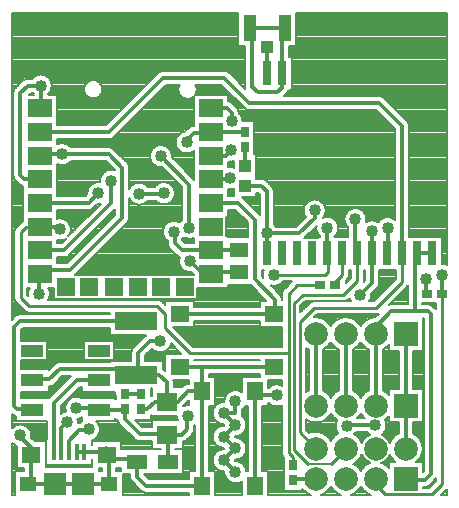
<source format=gtl>
G04 DipTrace 3.0.0.1*
G04 ESP-12E_BASE_V2.2-2.gtl*
%MOMM*%
G04 #@! TF.FileFunction,Copper,L1,Top*
G04 #@! TF.Part,Single*
G04 #@! TA.AperFunction,Conductor*
%ADD10C,0.25*%
%ADD14C,0.33*%
G04 #@! TA.AperFunction,CopperBalancing*
%ADD16C,0.18*%
%ADD18R,1.8X1.25*%
%ADD19R,1.8X1.6*%
%ADD21R,0.9X0.7*%
%ADD24R,1.5X1.3*%
%ADD25R,0.7X0.9*%
%ADD26R,1.0X1.1*%
%ADD27R,3.6X1.5*%
%ADD34R,0.4X1.35*%
%ADD35R,1.6X1.4*%
%ADD36R,1.45X1.3*%
%ADD37R,1.9X1.9*%
%ADD38R,1.0X1.05*%
%ADD39R,1.05X2.2*%
G04 #@! TA.AperFunction,ComponentPad*
%ADD40C,2.0*%
%ADD41R,2.0X2.0*%
%ADD44R,1.4X1.6*%
%ADD47R,1.95X1.1*%
%ADD53R,2.0X1.5*%
%ADD54R,1.5X1.5*%
%ADD55R,0.8X2.0*%
G04 #@! TA.AperFunction,ViaPad*
%ADD57C,1.016*%
%FSLAX35Y35*%
G04*
G71*
G90*
G75*
G01*
G04 Top*
%LPD*%
X1276800Y2749800D2*
D14*
Y2910800D1*
X1285800Y2919800D1*
X1473800Y3933800D2*
X1299800D1*
X1285800Y3919800D1*
X1473800Y3933800D2*
X1868800D1*
X1983800Y3818800D1*
Y3395800D1*
X1539800Y2951800D1*
X1317800D1*
X1285800Y2919800D1*
X4382800Y2409797D2*
Y1803797D1*
X4384800D1*
Y1440800D1*
X4383800Y1439800D1*
X3719800Y3308800D2*
Y3092800D1*
X3720800Y3091800D1*
X3265800Y2911800D2*
D10*
X3699800D1*
X3723800Y2935800D1*
Y3091800D1*
X3720800D1*
X2840800Y1740800D2*
D14*
X2940800D1*
Y1840800D1*
Y1640800D2*
X2840800Y1740800D1*
X2940800Y1640800D2*
X2840800Y1540800D1*
X2940800Y1440800D1*
X2840800Y1340800D1*
X2940800Y1240800D1*
X1785800Y1769800D2*
X2000800D1*
X2003800Y1772800D1*
X2366800Y1326800D2*
Y1555800D1*
X2364800Y1557800D1*
X2003800Y1772800D2*
Y1687800D1*
X2129800Y1561800D1*
X2360800D1*
X2364800Y1557800D1*
X1594800Y1786800D2*
X1768800D1*
X1785800Y1769800D1*
X2364800Y1557800D2*
X2485800D1*
X2532800Y1604800D1*
Y1706800D1*
X2539800Y1713800D1*
X2971800Y3120800D2*
X2736800D1*
X2735800Y3119800D1*
X2486800D1*
X2427800Y3178800D1*
Y3267800D1*
X2419800Y3275800D1*
X1211800Y1388300D2*
Y1165800D1*
X1189300Y1143300D1*
X1411800D1*
X1651800D1*
X1874300D1*
Y1350800D1*
Y1365800D1*
X1851800Y1388300D1*
Y1410800D1*
X1661800D1*
X1596800D1*
X4129800Y1803800D2*
Y2407800D1*
X4127800Y2409800D1*
Y2470800D1*
X4260800Y2603800D1*
X4460800D1*
X4567800D1*
X4594800Y2576800D1*
Y1227800D1*
X4542800Y1175800D1*
X4394803D1*
X4384800Y1185803D1*
X4482800Y3091800D2*
X4485800D1*
X4609800D1*
X1220800Y2019800D2*
Y2026800D1*
X1366800D1*
X1452800Y2112800D1*
X2055800D1*
X2101800Y2066800D1*
X2106800Y1326800D2*
Y1350800D1*
X1874300D1*
X2101800Y2066800D2*
X2292800D1*
X2359800Y1999800D1*
Y1842800D1*
X2364800Y1837800D1*
X2145800Y1770800D2*
X2195800D1*
X2262800Y1837800D1*
X2364800D1*
X2106800Y1326800D2*
Y1200800D1*
X2182800Y1124800D1*
X2650800D1*
X2656800D1*
X2657800Y1125800D1*
Y1925800D1*
X2364800Y1837800D2*
X2451800D1*
X2538800Y1924800D1*
X2656800D1*
X2657800Y1925800D1*
X2471800Y2130800D2*
X2659013D1*
X3271800D1*
X2659013D2*
Y1927013D1*
X2971800Y2930800D2*
X2746800D1*
X2735800Y2919800D1*
X2303800Y2348800D2*
X2215800D1*
X2119800Y2252800D1*
Y2084800D1*
X2101800Y2066800D1*
X1848800Y1406800D2*
Y1388300D1*
X1851800D1*
X4485800Y3091800D2*
X4460800D1*
Y2603800D1*
X3022800Y3665800D2*
X3158800D1*
X3207800Y3616800D1*
Y3264800D1*
Y3096800D1*
X3212800Y3091800D1*
X2735800Y2919800D2*
X2665800D1*
X2558800Y3026800D1*
X3208800Y3264800D2*
X3207800D1*
X4126800Y1635800D2*
X3887800D1*
X3882800Y1630800D1*
X3611800Y3455800D2*
Y3395800D1*
X3476800Y3260800D1*
X3212800D1*
X3208800Y3264800D1*
X1120800Y1550800D2*
Y1540800D1*
X1211800Y1449800D1*
Y1388300D1*
X2650800Y1130800D2*
Y1124800D1*
X3430800Y1299800D2*
D10*
X3424800D1*
Y1366800D1*
X3391800Y1399800D1*
Y2248800D1*
X2556800D1*
X2346800Y2458800D1*
Y2579800D1*
X2280800Y2645800D1*
X1192800D1*
X1124800Y2713800D1*
Y3274800D1*
X1169800Y3319800D1*
X1285800D1*
X3657800Y2821800D2*
X3461800D1*
X3391800Y2751800D1*
Y2248800D1*
X1285800Y3319800D2*
D14*
X1430800D1*
X1454800Y3295800D1*
X3974800Y3091800D2*
D10*
Y2862800D1*
X3855800Y2743800D1*
X3510800D1*
X3436800Y2669800D1*
Y1426800D1*
X3551800Y1311800D1*
D16*
X3747800D1*
D10*
X3875800Y1439800D1*
X1285800Y3119800D2*
D14*
X1493800D1*
X1888800Y3514800D1*
Y3707800D1*
X3957800Y3382800D2*
Y3108800D1*
X3974800Y3091800D1*
X4693800Y2747800D2*
D10*
Y1138800D1*
X4606800Y1051800D1*
X4211800D1*
X4129800Y1133800D1*
Y1185800D1*
X4693800Y2747800D2*
D14*
Y2908800D1*
X4691800Y2910800D1*
X2908800Y4209800D2*
Y4284800D1*
X2868800Y4324800D1*
X2740800D1*
X2735800Y4319800D1*
X4101800Y3091800D2*
Y2842800D1*
X3998800Y2739800D1*
X1285800Y3519800D2*
X1697800D1*
X1780800Y3602800D1*
X4101800Y3091800D2*
Y3274800D1*
X4098800Y3277800D1*
X2126800Y3598800D2*
X2331800D1*
X2335800Y3602800D1*
X3875800Y1803823D2*
Y2407823D1*
X3873800Y2409823D1*
X2735800Y3919800D2*
X2862800D1*
X2906800Y3963800D1*
X3619800Y2409823D2*
X3621800Y1803823D1*
X2735800Y3719800D2*
X2887800D1*
X2898800Y3730800D1*
X4355800Y3091800D2*
D10*
Y2853800D1*
X4134800Y2632800D1*
X3609800D1*
X3484800Y2507800D1*
Y1576800D1*
X3621800Y1439800D1*
X1285800Y4119800D2*
D14*
X1870800D1*
X2329800Y4578800D1*
X2845800D1*
X3057800Y4366800D1*
X4155800D1*
X4351800Y4170800D1*
Y3095800D1*
X4355800Y3091800D1*
X2735800Y4119800D2*
X3018800D1*
Y4122800D1*
X2527800Y4032800D2*
Y4052800D1*
X2587800Y4112800D1*
X2728800D1*
X2735800Y4119800D1*
X1531800Y1410800D2*
Y1506800D1*
X1619800Y1594800D1*
X1699800D1*
Y1601800D1*
X1466800Y1410800D2*
Y1611800D1*
X1515800Y1660800D1*
X1401800Y1410800D2*
Y1824800D1*
X1599800Y2022800D1*
X1782800D1*
X1785800Y2019800D1*
X3018800Y3992800D2*
Y3835800D1*
X3022800D1*
X3621800Y1185800D2*
X3446800D1*
X3430800Y1169800D1*
X3847800Y3091800D2*
D10*
Y2911800D1*
X3787800Y2851800D1*
Y2821800D1*
X3212800Y4615800D2*
D14*
Y4838800D1*
X3209800Y4841800D1*
X3339800Y4615800D2*
Y4981800D1*
X3357300Y4999300D1*
X3062300D1*
X3081800D1*
Y4501800D1*
X3128800Y4454800D1*
X3296800D1*
X3336800Y4494800D1*
Y4612800D1*
X3339800Y4615800D1*
X2101800Y2516800D2*
X1117800D1*
X1070800Y2469800D1*
Y1796800D1*
X1094800Y1772800D1*
X1217800D1*
X1220800Y1769800D1*
X2735800Y3519800D2*
X2964800D1*
X3105800Y3378800D1*
Y2872800D1*
X3276800Y2701800D1*
Y2585800D1*
X3271800Y2580800D1*
X2471800D1*
X3107800Y1125800D2*
Y1925800D1*
X1292800Y4513800D2*
Y4326800D1*
X1285800Y4319800D1*
X1292800Y4513800D2*
X1183800D1*
X1120800Y4450800D1*
Y3755800D1*
X1153800Y3722800D1*
X1282800D1*
X1285800Y3719800D1*
X3290800Y1890800D2*
X3142800D1*
X3107800Y1925800D1*
X2551800Y3309800D2*
Y3674800D1*
X2309800Y3916800D1*
X4227800Y3091800D2*
D10*
X4228800D1*
X4229800Y3305800D2*
D14*
Y3092800D1*
X4228800Y3091800D1*
X4552800Y2875800D2*
Y2758800D1*
X4563800Y2747800D1*
X2003800Y1902800D2*
X2143800D1*
X2145800Y1900800D1*
D57*
X1515800Y1660800D3*
X1699800Y1601800D3*
X1594800Y1786800D3*
X2539800Y1713800D3*
X2303800Y2348800D3*
X1848800Y1406800D3*
X1276800Y2749800D3*
X3998800Y2739800D3*
X2906800Y3963800D3*
X2898800Y3730800D3*
X3719800Y3308800D3*
X4691800Y2910800D3*
X2908800Y4209800D3*
X1292800Y4513800D3*
X1473800Y3933800D3*
X1454800Y3295800D3*
X1888800Y3707800D3*
X1780800Y3602800D3*
X2527800Y4032800D3*
X3290800Y1890800D3*
X4098800Y3277800D3*
X3957800Y3382800D3*
X2126800Y3598800D3*
X2335800Y3602800D3*
X2419800Y3275800D3*
X2551800Y3309800D3*
X2309800Y3916800D3*
X3265800Y2911800D3*
X2558800Y3026800D3*
X3208800Y3264800D3*
X3882800Y1630800D3*
X4126800Y1635800D3*
X3611800Y3455800D3*
X4229800Y3305800D3*
X4552800Y2875800D3*
X1120800Y1550800D3*
X2650800Y1130800D3*
X2940800Y1840800D3*
X2840800Y1340800D3*
X2940800Y1240800D3*
Y1440800D3*
Y1640800D3*
X2840800Y1540800D3*
Y1740800D3*
X1051618Y5114133D2*
D16*
X2965264D1*
X3454336D2*
X4730002D1*
X1051618Y5096467D2*
X2965264D1*
X3454336D2*
X4730002D1*
X1051618Y5078800D2*
X2965264D1*
X3454336D2*
X4730002D1*
X1051618Y5061133D2*
X2965264D1*
X3454336D2*
X4730002D1*
X1051618Y5043467D2*
X2965264D1*
X3454336D2*
X4730002D1*
X1051618Y5025800D2*
X2965264D1*
X3454336D2*
X4730002D1*
X1051618Y5008133D2*
X2965264D1*
X3454336D2*
X4730002D1*
X1051618Y4990467D2*
X2965264D1*
X3454336D2*
X4730002D1*
X1051618Y4972800D2*
X2965264D1*
X3454336D2*
X4730002D1*
X1051618Y4955133D2*
X2965264D1*
X3454336D2*
X4730002D1*
X1051618Y4937467D2*
X2965264D1*
X3454336D2*
X4730002D1*
X1051618Y4919800D2*
X2965264D1*
X3454336D2*
X4730002D1*
X1051618Y4902133D2*
X2965264D1*
X3454336D2*
X4730002D1*
X1051618Y4884467D2*
X2965264D1*
X3454336D2*
X4730002D1*
X1051618Y4866800D2*
X2965264D1*
X3454336D2*
X4730002D1*
X1051618Y4849133D2*
X2965264D1*
X3454336D2*
X4730002D1*
X1051618Y4831467D2*
X3020775D1*
X3400829D2*
X4730002D1*
X1051618Y4813800D2*
X3020775D1*
X3400829D2*
X4730002D1*
X1051618Y4796133D2*
X3020775D1*
X3400829D2*
X4730002D1*
X1051618Y4778467D2*
X3020775D1*
X3400829D2*
X4730002D1*
X1051618Y4760800D2*
X3020775D1*
X3400829D2*
X4730002D1*
X1051618Y4743133D2*
X3020775D1*
X3424313D2*
X4730002D1*
X1051618Y4725467D2*
X3020775D1*
X3424313D2*
X4730002D1*
X1051618Y4707800D2*
X3020775D1*
X3424313D2*
X4730002D1*
X1051618Y4690133D2*
X3020775D1*
X3424313D2*
X4730002D1*
X1051618Y4672467D2*
X3020775D1*
X3424313D2*
X4730002D1*
X1051618Y4654800D2*
X3020775D1*
X3424313D2*
X4730002D1*
X1051618Y4637133D2*
X2317791D1*
X2857805D2*
X3020775D1*
X3424313D2*
X4730002D1*
X1051618Y4619467D2*
X2284920D1*
X2890676D2*
X3020775D1*
X3424313D2*
X4730002D1*
X1051618Y4601800D2*
X1259342D1*
X1326258D2*
X2267236D1*
X2908360D2*
X3020775D1*
X3424313D2*
X4730002D1*
X1051618Y4584133D2*
X1229354D1*
X1356246D2*
X2249588D1*
X2926008D2*
X3020775D1*
X3424313D2*
X4730002D1*
X1051618Y4566467D2*
X1154928D1*
X1371891D2*
X2231904D1*
X2943692D2*
X3020775D1*
X3424313D2*
X4730002D1*
X1051618Y4548800D2*
X1133236D1*
X1381313D2*
X1692959D1*
X1778649D2*
X2214256D1*
X2961340D2*
X3020775D1*
X3424313D2*
X4730002D1*
X1051618Y4531133D2*
X1115588D1*
X1386516D2*
X1673131D1*
X1798477D2*
X2196572D1*
X2979024D2*
X3020775D1*
X3424313D2*
X4730002D1*
X1051618Y4513467D2*
X1097904D1*
X1388133D2*
X1662584D1*
X1809024D2*
X2178924D1*
X2350008D2*
X2463936D1*
X2607633D2*
X2825588D1*
X2996672D2*
X3020775D1*
X3424313D2*
X4730002D1*
X1051618Y4495800D2*
X1080256D1*
X1386375D2*
X1657381D1*
X1814227D2*
X2161240D1*
X2332360D2*
X2457959D1*
X2613645D2*
X2843236D1*
X3014356D2*
X3021096D1*
X3424313D2*
X4730002D1*
X1051618Y4478133D2*
X1066475D1*
X1381067D2*
X1656432D1*
X1815176D2*
X2143592D1*
X2314676D2*
X2456307D1*
X2615297D2*
X2860920D1*
X3424313D2*
X4730002D1*
X1051618Y4460467D2*
X1060556D1*
X1371434D2*
X1659561D1*
X1812047D2*
X2125908D1*
X2297028D2*
X2458732D1*
X2612871D2*
X2878568D1*
X3386836D2*
X4730002D1*
X1051618Y4442800D2*
X1059783D1*
X1198360D2*
X1230127D1*
X1355473D2*
X1667365D1*
X1804243D2*
X2108260D1*
X2279344D2*
X2465658D1*
X2605946D2*
X2896252D1*
X3370348D2*
X4730002D1*
X1051618Y4425133D2*
X1059783D1*
X1430321D2*
X1681885D1*
X1789688D2*
X2090576D1*
X2261696D2*
X2478771D1*
X2880305D2*
X2913900D1*
X4167797D2*
X4730002D1*
X1051618Y4407467D2*
X1059783D1*
X1430321D2*
X1714896D1*
X1756711D2*
X2072928D1*
X2244012D2*
X2505561D1*
X2566043D2*
X2591271D1*
X2880305D2*
X2931584D1*
X4200668D2*
X4730002D1*
X1051618Y4389800D2*
X1059783D1*
X1430321D2*
X2055244D1*
X2226364D2*
X2591271D1*
X2880305D2*
X2949268D1*
X4218352D2*
X4730002D1*
X1051618Y4372133D2*
X1059783D1*
X1430321D2*
X2037596D1*
X2208680D2*
X2591271D1*
X2906180D2*
X2966916D1*
X4236000D2*
X4730002D1*
X1051618Y4354467D2*
X1059783D1*
X1430321D2*
X2019912D1*
X2191032D2*
X2591271D1*
X2924672D2*
X2984600D1*
X4253684D2*
X4730002D1*
X1051618Y4336800D2*
X1059783D1*
X1430321D2*
X2002264D1*
X2173348D2*
X2591271D1*
X2942356D2*
X3002248D1*
X4271368D2*
X4730002D1*
X1051618Y4319133D2*
X1059783D1*
X1430321D2*
X1984580D1*
X2155700D2*
X2591271D1*
X2958844D2*
X3020846D1*
X4289016D2*
X4730002D1*
X1051618Y4301467D2*
X1059783D1*
X1430321D2*
X1966932D1*
X2138016D2*
X2591271D1*
X2967422D2*
X4135580D1*
X4306700D2*
X4730002D1*
X1051618Y4283800D2*
X1059783D1*
X1430321D2*
X1949248D1*
X2120332D2*
X2591271D1*
X2969813D2*
X4153264D1*
X4324348D2*
X4730002D1*
X1051618Y4266133D2*
X1059783D1*
X1430321D2*
X1931600D1*
X2102684D2*
X2591271D1*
X2985246D2*
X4170912D1*
X4342032D2*
X4730002D1*
X1051618Y4248467D2*
X1059783D1*
X1430321D2*
X1913916D1*
X2085000D2*
X2591271D1*
X2995758D2*
X4188596D1*
X4359680D2*
X4730002D1*
X1051618Y4230800D2*
X1059783D1*
X1430321D2*
X1896268D1*
X2067352D2*
X2591271D1*
X3001735D2*
X4206244D1*
X4377364D2*
X4730002D1*
X1051618Y4213133D2*
X1059783D1*
X1430321D2*
X1878584D1*
X2049668D2*
X2591271D1*
X3004055D2*
X4223928D1*
X4395012D2*
X4730002D1*
X1051618Y4195467D2*
X1059783D1*
X1430321D2*
X1860900D1*
X2032020D2*
X2591271D1*
X3098309D2*
X4241576D1*
X4407422D2*
X4730002D1*
X1051618Y4177800D2*
X1059783D1*
X2014336D2*
X2591271D1*
X3098309D2*
X4259260D1*
X4412414D2*
X4730002D1*
X1051618Y4160133D2*
X1059783D1*
X1996688D2*
X2550420D1*
X3098309D2*
X4276908D1*
X4412836D2*
X4730002D1*
X1051618Y4142467D2*
X1059783D1*
X1979004D2*
X2531928D1*
X3098309D2*
X4290795D1*
X4412836D2*
X4730002D1*
X1051618Y4124800D2*
X1059783D1*
X1961356D2*
X2509217D1*
X3098309D2*
X4290795D1*
X4412836D2*
X4730002D1*
X1051618Y4107133D2*
X1059783D1*
X1943672D2*
X2469244D1*
X3098309D2*
X4290795D1*
X4412836D2*
X4730002D1*
X1051618Y4089467D2*
X1059783D1*
X1926024D2*
X2451596D1*
X3098309D2*
X4290795D1*
X4412836D2*
X4730002D1*
X1051618Y4071800D2*
X1059783D1*
X1907286D2*
X2441014D1*
X3098309D2*
X4290795D1*
X4412836D2*
X4730002D1*
X1051618Y4054133D2*
X1059783D1*
X1430321D2*
X2434932D1*
X3098309D2*
X4290795D1*
X4412836D2*
X4730002D1*
X1051618Y4036467D2*
X1059783D1*
X1430321D2*
X2432541D1*
X3098309D2*
X4290795D1*
X4412836D2*
X4730002D1*
X1051618Y4018800D2*
X1059783D1*
X1514590D2*
X2433525D1*
X3098309D2*
X4290795D1*
X4412836D2*
X4730002D1*
X1051618Y4001133D2*
X1059783D1*
X1540500D2*
X2267588D1*
X2352012D2*
X2437990D1*
X3098309D2*
X4290795D1*
X4412836D2*
X4730002D1*
X1051618Y3983467D2*
X1059783D1*
X1902856D2*
X2242416D1*
X2377184D2*
X2446533D1*
X3098309D2*
X4290795D1*
X4412836D2*
X4730002D1*
X1051618Y3965800D2*
X1059783D1*
X1922368D2*
X2228354D1*
X2391246D2*
X2460771D1*
X3098309D2*
X4290795D1*
X4412836D2*
X4730002D1*
X1051618Y3948133D2*
X1059783D1*
X1940016D2*
X2219881D1*
X2399719D2*
X2486295D1*
X2569313D2*
X2591271D1*
X3098309D2*
X4290795D1*
X4412836D2*
X4730002D1*
X1051618Y3930467D2*
X1059783D1*
X1957700D2*
X2215486D1*
X2404114D2*
X2591271D1*
X3117329D2*
X4290795D1*
X4412836D2*
X4730002D1*
X1051618Y3912800D2*
X1059783D1*
X1975348D2*
X2214572D1*
X2405028D2*
X2591271D1*
X3117329D2*
X4290795D1*
X4412836D2*
X4730002D1*
X1051618Y3895133D2*
X1059783D1*
X1993032D2*
X2217033D1*
X2417016D2*
X2591271D1*
X3117329D2*
X4290795D1*
X4412836D2*
X4730002D1*
X1051618Y3877467D2*
X1059783D1*
X2010680D2*
X2223150D1*
X2434700D2*
X2591271D1*
X3117329D2*
X4290795D1*
X4412836D2*
X4730002D1*
X1051618Y3859800D2*
X1059783D1*
X1532801D2*
X1857244D1*
X2028329D2*
X2233873D1*
X2452348D2*
X2591271D1*
X2880305D2*
X2928279D1*
X3117329D2*
X4290795D1*
X4412836D2*
X4730002D1*
X1051618Y3842133D2*
X1059783D1*
X1430321D2*
X1453475D1*
X1494129D2*
X1874928D1*
X2040036D2*
X2251697D1*
X2470032D2*
X2591271D1*
X2880305D2*
X2928279D1*
X3117329D2*
X4290795D1*
X4412836D2*
X4730002D1*
X1051618Y3824467D2*
X1059783D1*
X1430321D2*
X1892576D1*
X2044536D2*
X2293146D1*
X2487680D2*
X2591271D1*
X2880305D2*
X2928279D1*
X3117329D2*
X4290795D1*
X4412836D2*
X4730002D1*
X1051618Y3806800D2*
X1059783D1*
X1430321D2*
X1910260D1*
X2044817D2*
X2334244D1*
X2505364D2*
X2591271D1*
X3117329D2*
X4290795D1*
X4412836D2*
X4730002D1*
X1051618Y3789133D2*
X1059783D1*
X1430321D2*
X1840826D1*
X2044817D2*
X2351928D1*
X2523012D2*
X2591271D1*
X3117329D2*
X4290795D1*
X4412836D2*
X4730002D1*
X1051618Y3771467D2*
X1059783D1*
X1430321D2*
X1818502D1*
X2044817D2*
X2369576D1*
X2540696D2*
X2591271D1*
X3117329D2*
X4290795D1*
X4412836D2*
X4730002D1*
X1051618Y3753800D2*
X1059783D1*
X1430321D2*
X1805564D1*
X2044817D2*
X2387260D1*
X2558344D2*
X2591271D1*
X3117329D2*
X4290795D1*
X4412836D2*
X4730002D1*
X1051618Y3736133D2*
X1063155D1*
X1430321D2*
X1797865D1*
X2044817D2*
X2404908D1*
X2576028D2*
X2591271D1*
X3117329D2*
X4290795D1*
X4412836D2*
X4730002D1*
X1051618Y3718467D2*
X1073014D1*
X1430321D2*
X1794104D1*
X2044817D2*
X2422592D1*
X3187676D2*
X4290795D1*
X4412836D2*
X4730002D1*
X1051618Y3700800D2*
X1090240D1*
X1430321D2*
X1793752D1*
X2044817D2*
X2440240D1*
X3209368D2*
X4290795D1*
X4412836D2*
X4730002D1*
X1051618Y3683133D2*
X1107924D1*
X1430321D2*
X1731104D1*
X2044817D2*
X2084564D1*
X2169024D2*
X2286115D1*
X2385481D2*
X2457924D1*
X3227016D2*
X4290795D1*
X4412836D2*
X4730002D1*
X1051618Y3665467D2*
X1137174D1*
X1430321D2*
X1709588D1*
X2044817D2*
X2059428D1*
X2194196D2*
X2264564D1*
X2407032D2*
X2475572D1*
X3244700D2*
X4290795D1*
X4412836D2*
X4730002D1*
X1051618Y3647800D2*
X1141287D1*
X1430321D2*
X1697002D1*
X2419582D2*
X2490795D1*
X3260063D2*
X4290795D1*
X4412836D2*
X4730002D1*
X1051618Y3630133D2*
X1141287D1*
X1430321D2*
X1689549D1*
X2427036D2*
X2490795D1*
X2880305D2*
X2928279D1*
X3267305D2*
X4290795D1*
X4412836D2*
X4730002D1*
X1051618Y3612467D2*
X1141287D1*
X1430321D2*
X1685998D1*
X2430621D2*
X2490795D1*
X2880305D2*
X2928279D1*
X3268817D2*
X4290795D1*
X4412836D2*
X4730002D1*
X1051618Y3594800D2*
X1141287D1*
X1430321D2*
X1685822D1*
X2430762D2*
X2490795D1*
X2880305D2*
X2928279D1*
X3117329D2*
X3144244D1*
X3268817D2*
X4290795D1*
X4412836D2*
X4730002D1*
X1051618Y3577133D2*
X1141287D1*
X2427528D2*
X2490795D1*
X3117329D2*
X3146775D1*
X3268817D2*
X4290795D1*
X4412836D2*
X4730002D1*
X1051618Y3559467D2*
X1141287D1*
X2420461D2*
X2490795D1*
X3010700D2*
X3146775D1*
X3268817D2*
X4290795D1*
X4412836D2*
X4730002D1*
X1051618Y3541800D2*
X1141287D1*
X2044817D2*
X2050832D1*
X2408473D2*
X2490795D1*
X3028348D2*
X3146775D1*
X3268817D2*
X3573256D1*
X3650332D2*
X4290795D1*
X4412836D2*
X4730002D1*
X1051618Y3524133D2*
X1141287D1*
X2044817D2*
X2068674D1*
X2184914D2*
X2283443D1*
X2388188D2*
X2490795D1*
X3046032D2*
X3146775D1*
X3268817D2*
X3546150D1*
X3677438D2*
X4290795D1*
X4412836D2*
X4730002D1*
X1051618Y3506467D2*
X1141287D1*
X1770000D2*
X1794912D1*
X2044817D2*
X2110158D1*
X2143465D2*
X2490795D1*
X3063680D2*
X3146775D1*
X3268817D2*
X3531385D1*
X3692204D2*
X4290795D1*
X4412836D2*
X4730002D1*
X1051618Y3488800D2*
X1141287D1*
X1752352D2*
X1777264D1*
X2044817D2*
X2490795D1*
X3081364D2*
X3146775D1*
X3268817D2*
X3522490D1*
X3701098D2*
X4290795D1*
X4412836D2*
X4730002D1*
X1051618Y3471133D2*
X1141287D1*
X1733332D2*
X1759580D1*
X2044817D2*
X2490795D1*
X3099012D2*
X3146775D1*
X3268817D2*
X3517744D1*
X3705844D2*
X3925275D1*
X3990329D2*
X4290795D1*
X4412836D2*
X4730002D1*
X1051618Y3453467D2*
X1141287D1*
X1430321D2*
X1741932D1*
X1913016D2*
X1922775D1*
X2044817D2*
X2490795D1*
X2880305D2*
X2945576D1*
X3116696D2*
X3146775D1*
X3268817D2*
X3516514D1*
X3707075D2*
X3894760D1*
X4020844D2*
X4290795D1*
X4412836D2*
X4730002D1*
X1051618Y3435800D2*
X1141287D1*
X1430321D2*
X1724248D1*
X1895368D2*
X1922775D1*
X2044817D2*
X2490795D1*
X2880305D2*
X2963260D1*
X3134344D2*
X3146775D1*
X3268817D2*
X3518658D1*
X3704965D2*
X3878939D1*
X4036664D2*
X4290795D1*
X4412836D2*
X4730002D1*
X1051618Y3418133D2*
X1141287D1*
X1430321D2*
X1706600D1*
X1877684D2*
X1920596D1*
X2044817D2*
X2490795D1*
X2880305D2*
X2980908D1*
X3268817D2*
X3524389D1*
X3699200D2*
X3869412D1*
X4046192D2*
X4290795D1*
X4412836D2*
X4730002D1*
X1051618Y3400467D2*
X1141287D1*
X1430321D2*
X1688916D1*
X1860000D2*
X1902912D1*
X2044817D2*
X2490795D1*
X2865329D2*
X2998592D1*
X3268817D2*
X3530928D1*
X3689004D2*
X3699460D1*
X3740121D2*
X3864174D1*
X4051430D2*
X4290795D1*
X4412836D2*
X4730002D1*
X1051618Y3382800D2*
X1141287D1*
X1490895D2*
X1671232D1*
X1842352D2*
X1885264D1*
X2043375D2*
X2490795D1*
X2865329D2*
X3016240D1*
X3268817D2*
X3513244D1*
X3778793D2*
X3862486D1*
X4053118D2*
X4174920D1*
X4284692D2*
X4290755D1*
X4412836D2*
X4730002D1*
X1051618Y3365133D2*
X1136471D1*
X1519371D2*
X1653584D1*
X1824668D2*
X1867580D1*
X2036274D2*
X2390318D1*
X2449254D2*
X2474623D1*
X2865329D2*
X3033924D1*
X3268817D2*
X3495596D1*
X3796266D2*
X3864174D1*
X4051430D2*
X4063545D1*
X4134047D2*
X4155725D1*
X4412836D2*
X4730002D1*
X1051618Y3347467D2*
X1117557D1*
X1534559D2*
X1635900D1*
X1807020D2*
X1849932D1*
X2021016D2*
X2357904D1*
X2865329D2*
X3044787D1*
X3268817D2*
X3477912D1*
X3806743D2*
X3869412D1*
X4412836D2*
X4730002D1*
X1051618Y3329800D2*
X1099908D1*
X1543735D2*
X1618252D1*
X1789336D2*
X1832248D1*
X2003368D2*
X2341662D1*
X2865329D2*
X3044787D1*
X3277852D2*
X3460264D1*
X3812719D2*
X3878939D1*
X4412836D2*
X4730002D1*
X1051618Y3312133D2*
X1082295D1*
X1548692D2*
X1600568D1*
X1771688D2*
X1814600D1*
X1985684D2*
X2331818D1*
X2865329D2*
X3044787D1*
X3613700D2*
X3624549D1*
X3815075D2*
X3894760D1*
X4412836D2*
X4730002D1*
X1051618Y3294467D2*
X1071396D1*
X1550098D2*
X1582920D1*
X1754004D2*
X1796916D1*
X1968000D2*
X2326369D1*
X2865329D2*
X3044787D1*
X3596016D2*
X3625568D1*
X3814020D2*
X3896764D1*
X4412836D2*
X4730002D1*
X1051618Y3276800D2*
X1067811D1*
X1548164D2*
X1565236D1*
X1736356D2*
X1779232D1*
X1950352D2*
X2324471D1*
X2865329D2*
X3044787D1*
X3578332D2*
X3630139D1*
X3809485D2*
X3896764D1*
X4412836D2*
X4730002D1*
X1051618Y3259133D2*
X1067775D1*
X1718672D2*
X1761584D1*
X1932668D2*
X2325982D1*
X2865329D2*
X3044787D1*
X3560684D2*
X3638752D1*
X3800836D2*
X3896764D1*
X4412836D2*
X4730002D1*
X1051618Y3241467D2*
X1067775D1*
X1701024D2*
X1743900D1*
X1915020D2*
X2331010D1*
X2865329D2*
X3044787D1*
X3543000D2*
X3653096D1*
X3786493D2*
X3896764D1*
X4412836D2*
X4730002D1*
X1051618Y3223800D2*
X1067775D1*
X1683340D2*
X1726252D1*
X1897336D2*
X2340256D1*
X2499317D2*
X2513260D1*
X3525352D2*
X3636291D1*
X4694332D2*
X4730002D1*
X1051618Y3206133D2*
X1067775D1*
X1483161D2*
X1494572D1*
X1665692D2*
X1708568D1*
X1879688D2*
X2355619D1*
X2488805D2*
X2591271D1*
X4694332D2*
X4730002D1*
X1051618Y3188467D2*
X1067775D1*
X1430321D2*
X1476924D1*
X1648008D2*
X1690920D1*
X1862004D2*
X2366764D1*
X2503676D2*
X2591271D1*
X4694332D2*
X4730002D1*
X1051618Y3170800D2*
X1067775D1*
X1630360D2*
X1673236D1*
X1844356D2*
X2367326D1*
X4694332D2*
X4730002D1*
X1051618Y3153133D2*
X1067775D1*
X1612676D2*
X1655588D1*
X1826672D2*
X2372635D1*
X4694332D2*
X4730002D1*
X1051618Y3135467D2*
X1067775D1*
X1595028D2*
X1637904D1*
X1809024D2*
X2385572D1*
X4694332D2*
X4730002D1*
X1051618Y3117800D2*
X1067775D1*
X1577344D2*
X1620256D1*
X1791340D2*
X2403256D1*
X4694332D2*
X4730002D1*
X1051618Y3100133D2*
X1067775D1*
X1559696D2*
X1602572D1*
X1773692D2*
X2420904D1*
X4694332D2*
X4730002D1*
X1051618Y3082467D2*
X1067775D1*
X1542012D2*
X1584924D1*
X1756008D2*
X2438588D1*
X4694332D2*
X4730002D1*
X1051618Y3064800D2*
X1067775D1*
X1517543D2*
X1567240D1*
X1738360D2*
X2463057D1*
X4694332D2*
X4730002D1*
X1051618Y3047133D2*
X1067775D1*
X1430321D2*
X1549592D1*
X1720676D2*
X2465729D1*
X4694332D2*
X4730002D1*
X1051618Y3029467D2*
X1067775D1*
X1430321D2*
X1531908D1*
X1703028D2*
X2463514D1*
X4694332D2*
X4730002D1*
X1051618Y3011800D2*
X1067775D1*
X1430321D2*
X1514260D1*
X1685344D2*
X2464674D1*
X4694332D2*
X4730002D1*
X1051618Y2994133D2*
X1067775D1*
X1667696D2*
X2469385D1*
X1051618Y2976467D2*
X1067775D1*
X1650012D2*
X2478174D1*
X1051618Y2958800D2*
X1067775D1*
X1632364D2*
X2492799D1*
X1051618Y2941133D2*
X1067775D1*
X1614680D2*
X2519482D1*
X3166829D2*
X3175203D1*
X3904829D2*
X3917785D1*
X4031813D2*
X4040770D1*
X4162805D2*
X4298775D1*
X1051618Y2923467D2*
X1067775D1*
X1597032D2*
X2576576D1*
X3904829D2*
X3917785D1*
X4031813D2*
X4040770D1*
X4162805D2*
X4298775D1*
X1051618Y2905800D2*
X1067775D1*
X3904477D2*
X3917787D1*
X4031813D2*
X4040770D1*
X4162805D2*
X4298775D1*
X1051618Y2888133D2*
X1067775D1*
X3899485D2*
X3917787D1*
X4031813D2*
X4040770D1*
X4162805D2*
X4298775D1*
X1051618Y2870467D2*
X1067775D1*
X3886371D2*
X3902564D1*
X4031813D2*
X4040770D1*
X4162805D2*
X4292588D1*
X1051618Y2852800D2*
X1067775D1*
X3340149D2*
X3412908D1*
X3877336D2*
X3884916D1*
X4162805D2*
X4274904D1*
X1051618Y2835133D2*
X1067775D1*
X3321164D2*
X3395225D1*
X4162313D2*
X4257256D1*
X1051618Y2817467D2*
X1067775D1*
X2880305D2*
X3075584D1*
X3246668D2*
X3377576D1*
X4157145D2*
X4239572D1*
X1051618Y2799800D2*
X1067775D1*
X1181836D2*
X1195955D1*
X1357618D2*
X1401268D1*
X2618321D2*
X3093232D1*
X3264352D2*
X3359893D1*
X4144348D2*
X4221924D1*
X4381688D2*
X4399779D1*
X1051618Y2782133D2*
X1067775D1*
X1181836D2*
X1187242D1*
X1366336D2*
X1401268D1*
X2618321D2*
X3110916D1*
X3282000D2*
X3343861D1*
X4126700D2*
X4204240D1*
X4364039D2*
X4399779D1*
X1051618Y2764467D2*
X1067775D1*
X1370977D2*
X1401268D1*
X2618321D2*
X3128600D1*
X3299684D2*
X3336268D1*
X4109016D2*
X4186557D1*
X4346356D2*
X4399779D1*
X1051618Y2746800D2*
X1067775D1*
X1372067D2*
X1401268D1*
X2618321D2*
X3146248D1*
X3317368D2*
X3334791D1*
X4093864D2*
X4168908D1*
X4328707D2*
X4399779D1*
X1051618Y2729133D2*
X1067775D1*
X1369817D2*
X1401268D1*
X2618321D2*
X3163932D1*
X4093512D2*
X4151225D1*
X4311024D2*
X4399779D1*
X1051618Y2711467D2*
X1067846D1*
X1363911D2*
X1401268D1*
X2618321D2*
X3181580D1*
X4089715D2*
X4133576D1*
X4293375D2*
X4399779D1*
X1051618Y2693800D2*
X1071537D1*
X2309895D2*
X3199264D1*
X3881028D2*
X3915572D1*
X4082016D2*
X4115893D1*
X4275692D2*
X4399779D1*
X1051618Y2676133D2*
X1082611D1*
X2330356D2*
X2347287D1*
X2596313D2*
X3147268D1*
X3523032D2*
X3573783D1*
X4258043D2*
X4399779D1*
X1051618Y2658467D2*
X1100225D1*
X2596313D2*
X3147268D1*
X3505348D2*
X3555572D1*
X4592379D2*
X4636768D1*
X1051618Y2640800D2*
X1117908D1*
X2596313D2*
X3147268D1*
X3493817D2*
X3537924D1*
X4616356D2*
X4636768D1*
X1051618Y2623133D2*
X1135557D1*
X3493817D2*
X3520240D1*
X1051618Y2605467D2*
X1153275D1*
X3493817D2*
X3502546D1*
X1051618Y2587800D2*
X1877283D1*
X1051618Y2570133D2*
X1090275D1*
X3627024D2*
X4141592D1*
X1051618Y2552467D2*
X1067916D1*
X3626292D2*
X3867338D1*
X3880268D2*
X4122115D1*
X3690516Y2534800D2*
X3803072D1*
X3944520D2*
X4057111D1*
X4527305D2*
X4533794D1*
X2596313Y2517133D2*
X3147268D1*
X3715688D2*
X3777900D1*
X3969692D2*
X4031939D1*
X4527305D2*
X4533794D1*
X2596313Y2499467D2*
X3147268D1*
X3732668D2*
X3760955D1*
X3986637D2*
X4014959D1*
X4527305D2*
X4533794D1*
X2596313Y2481800D2*
X3147268D1*
X4527305D2*
X4533794D1*
X2421375Y2464133D2*
X3334791D1*
X4527305D2*
X4533794D1*
X1133004Y2446467D2*
X1877283D1*
X2439024D2*
X3334791D1*
X4527305D2*
X4533794D1*
X1131809Y2428800D2*
X1877283D1*
X2456707D2*
X3334791D1*
X4527305D2*
X4533794D1*
X1131809Y2411133D2*
X1877283D1*
X2474356D2*
X3334791D1*
X4527305D2*
X4533794D1*
X1131809Y2393467D2*
X2175127D1*
X2492039D2*
X3334791D1*
X4527305D2*
X4533794D1*
X1131809Y2375800D2*
X2157268D1*
X2509688D2*
X3334791D1*
X4527305D2*
X4533794D1*
X1131809Y2358133D2*
X2139584D1*
X2527371D2*
X3334791D1*
X4527305D2*
X4533794D1*
X1347809Y2340467D2*
X1658787D1*
X1912805D2*
X2121900D1*
X2545020D2*
X3334791D1*
X4527305D2*
X4533794D1*
X1347809Y2322800D2*
X1658787D1*
X1912805D2*
X2104252D1*
X2395430D2*
X2402882D1*
X2562704D2*
X3334791D1*
X3734707D2*
X3758881D1*
X3988711D2*
X4012850D1*
X4527305D2*
X4533794D1*
X1347809Y2305133D2*
X1658787D1*
X1912805D2*
X2086568D1*
X2388293D2*
X2420588D1*
X2580352D2*
X3334791D1*
X3718606D2*
X3775018D1*
X3972610D2*
X4028986D1*
X4226614D2*
X4238271D1*
X4527305D2*
X4533794D1*
X1347809Y2287467D2*
X1658787D1*
X1912805D2*
X2069975D1*
X2376200D2*
X2438236D1*
X3695086D2*
X3798537D1*
X3949055D2*
X4052506D1*
X4203094D2*
X4238271D1*
X4527305D2*
X4533794D1*
X1347809Y2269800D2*
X1658787D1*
X1912805D2*
X2061256D1*
X2222356D2*
X2251943D1*
X2355633D2*
X2455920D1*
X3541805D2*
X3559229D1*
X3681270D2*
X3814779D1*
X3936821D2*
X4068783D1*
X4190825D2*
X4238271D1*
X4527305D2*
X4533794D1*
X1347809Y2252133D2*
X1658787D1*
X1912805D2*
X2058795D1*
X2204672D2*
X2473568D1*
X3541805D2*
X3559299D1*
X3681340D2*
X3814779D1*
X3936821D2*
X4068783D1*
X4190825D2*
X4321768D1*
X4443809D2*
X4533795D1*
X1347809Y2234467D2*
X1658787D1*
X1912805D2*
X2058795D1*
X2187024D2*
X2347287D1*
X3541805D2*
X3559369D1*
X3681411D2*
X3814779D1*
X3936821D2*
X4068783D1*
X4190825D2*
X4321768D1*
X4443809D2*
X4533795D1*
X1347809Y2216800D2*
X1658787D1*
X1912805D2*
X2058795D1*
X2180836D2*
X2347287D1*
X3541805D2*
X3559404D1*
X3681446D2*
X3814779D1*
X3936821D2*
X4068783D1*
X4190825D2*
X4321768D1*
X4443809D2*
X4533795D1*
X1347809Y2199133D2*
X1658787D1*
X1912805D2*
X2058795D1*
X2180836D2*
X2347287D1*
X3541805D2*
X3559475D1*
X3681516D2*
X3814779D1*
X3936821D2*
X4068783D1*
X4190825D2*
X4321768D1*
X4443809D2*
X4533795D1*
X1131809Y2181467D2*
X1877283D1*
X2326313D2*
X2347287D1*
X3541805D2*
X3559545D1*
X3681586D2*
X3814779D1*
X3936821D2*
X4068783D1*
X4190825D2*
X4321768D1*
X4443809D2*
X4533795D1*
X1131809Y2163800D2*
X1420885D1*
X2326313D2*
X2347287D1*
X3541805D2*
X3559580D1*
X3681621D2*
X3814779D1*
X3936821D2*
X4068783D1*
X4190825D2*
X4321768D1*
X4443809D2*
X4533795D1*
X1131809Y2146133D2*
X1400600D1*
X2326313D2*
X2347287D1*
X3541805D2*
X3559650D1*
X3681692D2*
X3814779D1*
X3936821D2*
X4068783D1*
X4190825D2*
X4321768D1*
X4443809D2*
X4533795D1*
X1131809Y2128467D2*
X1382916D1*
X2326313D2*
X2347287D1*
X3541805D2*
X3559721D1*
X3681762D2*
X3814779D1*
X3936821D2*
X4068783D1*
X4190825D2*
X4321768D1*
X4443809D2*
X4533795D1*
X2334223Y2110800D2*
X2347287D1*
X3541805D2*
X3559756D1*
X3681797D2*
X3814779D1*
X3936821D2*
X4068783D1*
X4190825D2*
X4321768D1*
X4443809D2*
X4533795D1*
X3541805Y2093133D2*
X3559826D1*
X3681868D2*
X3814779D1*
X3936821D2*
X4068783D1*
X4190825D2*
X4321768D1*
X4443809D2*
X4533795D1*
X3541805Y2075467D2*
X3559896D1*
X3681938D2*
X3814779D1*
X3936821D2*
X4068783D1*
X4190825D2*
X4321768D1*
X4443809D2*
X4533795D1*
X2720028Y2057800D2*
X3147268D1*
X3541805D2*
X3559932D1*
X3681973D2*
X3814779D1*
X3936821D2*
X4068783D1*
X4190825D2*
X4321768D1*
X4443809D2*
X4533795D1*
X1465688Y2040133D2*
X1531592D1*
X2772305D2*
X2993283D1*
X3541805D2*
X3560002D1*
X3682043D2*
X3814779D1*
X3936821D2*
X4068783D1*
X4190825D2*
X4321768D1*
X4443809D2*
X4533795D1*
X1448004Y2022467D2*
X1513908D1*
X2772305D2*
X2993283D1*
X3541805D2*
X3560072D1*
X3682114D2*
X3814779D1*
X3936821D2*
X4068783D1*
X4190825D2*
X4321768D1*
X4443809D2*
X4533795D1*
X1430356Y2004800D2*
X1496260D1*
X2420602D2*
X2543283D1*
X2772305D2*
X2993283D1*
X3222305D2*
X3334791D1*
X3541805D2*
X3560107D1*
X3682149D2*
X3814779D1*
X3936821D2*
X4068783D1*
X4190825D2*
X4321768D1*
X4443809D2*
X4533795D1*
X1412672Y1987133D2*
X1478576D1*
X2420813D2*
X2543283D1*
X2772305D2*
X2993283D1*
X3222305D2*
X3334791D1*
X3541805D2*
X3560178D1*
X3682219D2*
X3814779D1*
X3936821D2*
X4068783D1*
X4190825D2*
X4321768D1*
X4443809D2*
X4533795D1*
X1383422Y1969467D2*
X1460928D1*
X2420813D2*
X2498107D1*
X2772305D2*
X2993283D1*
X3222305D2*
X3238428D1*
X3541805D2*
X3560248D1*
X3682289D2*
X3814779D1*
X3936821D2*
X4068783D1*
X4190825D2*
X4321768D1*
X4443809D2*
X4533795D1*
X1362821Y1951800D2*
X1443244D1*
X1614364D2*
X1643775D1*
X2772305D2*
X2993283D1*
X3541805D2*
X3560283D1*
X3682325D2*
X3814779D1*
X3936821D2*
X4068783D1*
X4190825D2*
X4321768D1*
X4443809D2*
X4533795D1*
X1362821Y1934133D2*
X1425596D1*
X1596680D2*
X1643775D1*
X2772305D2*
X2933096D1*
X2948509D2*
X2993283D1*
X3541805D2*
X3560354D1*
X3682395D2*
X3814779D1*
X3936821D2*
X4068783D1*
X4190825D2*
X4240275D1*
X1131809Y1916467D2*
X1407912D1*
X1579032D2*
X1924287D1*
X2772305D2*
X2884053D1*
X3711223D2*
X3786373D1*
X3965227D2*
X4040377D1*
X4219196D2*
X4240275D1*
X1131809Y1898800D2*
X1390264D1*
X1561348D2*
X1924287D1*
X2772305D2*
X2865631D1*
X3730137D2*
X3767459D1*
X3984141D2*
X4021498D1*
X1131809Y1881133D2*
X1372580D1*
X1543700D2*
X1924287D1*
X2772305D2*
X2854627D1*
X3743567D2*
X3754039D1*
X3997571D2*
X4008031D1*
X1526016Y1863467D2*
X1539432D1*
X2772305D2*
X2848264D1*
X1508332Y1845800D2*
X1520447D1*
X2772305D2*
X2845627D1*
X1490684Y1828133D2*
X1509127D1*
X2527688D2*
X2543283D1*
X2772305D2*
X2805549D1*
X1473000Y1810467D2*
X1502518D1*
X2510004D2*
X2543283D1*
X3222305D2*
X3241135D1*
X1462805Y1792800D2*
X1499670D1*
X2718832D2*
X2761287D1*
X3022864D2*
X3046791D1*
X3168832D2*
X3334791D1*
X1462805Y1775133D2*
X1500197D1*
X2718832D2*
X2752006D1*
X3009188D2*
X3046791D1*
X3168832D2*
X3334791D1*
X1462805Y1757467D2*
X1504205D1*
X2718832D2*
X2746979D1*
X3001805D2*
X3046791D1*
X3168832D2*
X3334791D1*
X2718832Y1739800D2*
X2745502D1*
X3001805D2*
X3046791D1*
X3168832D2*
X3334791D1*
X1051618Y1722133D2*
X1062312D1*
X2718832D2*
X2747365D1*
X2998817D2*
X3046791D1*
X3168832D2*
X3334791D1*
X3740614D2*
X3756982D1*
X3994618D2*
X4010951D1*
X1051618Y1704467D2*
X1078779D1*
X2225309D2*
X2444951D1*
X2718832D2*
X2752814D1*
X3011086D2*
X3046791D1*
X3168832D2*
X3334791D1*
X3726059D2*
X3771537D1*
X3980063D2*
X4025506D1*
X4234067D2*
X4240283D1*
X1051618Y1686800D2*
X1078779D1*
X1607438D2*
X1643775D1*
X2225309D2*
X2448467D1*
X2718832D2*
X2762658D1*
X3024024D2*
X3046791D1*
X3168832D2*
X3334791D1*
X3705282D2*
X3792314D1*
X4213325D2*
X4240275D1*
X1051618Y1669133D2*
X1340764D1*
X1610743D2*
X1633088D1*
X1766485D2*
X1945803D1*
X2108028D2*
X2230287D1*
X2718832D2*
X2778900D1*
X3031723D2*
X3046791D1*
X3168832D2*
X3334791D1*
X3541805D2*
X3572799D1*
X3670793D2*
X3795689D1*
X4215961D2*
X4240275D1*
X1051618Y1651467D2*
X1340764D1*
X1780829D2*
X1955225D1*
X2125676D2*
X2230287D1*
X2718832D2*
X2811314D1*
X3035520D2*
X3046791D1*
X3168832D2*
X3334791D1*
X3541805D2*
X3789783D1*
X4220813D2*
X4323771D1*
X4445813D2*
X4533795D1*
X1051618Y1633800D2*
X1075896D1*
X1165700D2*
X1340764D1*
X1789477D2*
X1972240D1*
X2143360D2*
X2230287D1*
X2718832D2*
X2829139D1*
X3035871D2*
X3046791D1*
X3168832D2*
X3334791D1*
X3541805D2*
X3787533D1*
X4222114D2*
X4323771D1*
X4445813D2*
X4533795D1*
X1189500Y1616133D2*
X1340764D1*
X1794012D2*
X1989924D1*
X2718832D2*
X2783576D1*
X3032813D2*
X3046791D1*
X3168832D2*
X3334791D1*
X3541805D2*
X3788623D1*
X4220039D2*
X4323771D1*
X4445813D2*
X4533795D1*
X1203071Y1598467D2*
X1340764D1*
X1795067D2*
X2007572D1*
X2718832D2*
X2765365D1*
X3025993D2*
X3046791D1*
X3168832D2*
X3334791D1*
X3543036D2*
X3793264D1*
X4214344D2*
X4323771D1*
X4445813D2*
X4533795D1*
X1211192Y1580800D2*
X1340764D1*
X1792746D2*
X2025256D1*
X2588754D2*
X2596791D1*
X2718832D2*
X2754467D1*
X3014321D2*
X3046791D1*
X3168832D2*
X3334791D1*
X3560684D2*
X3597900D1*
X3645692D2*
X3801982D1*
X4204254D2*
X4323771D1*
X4445813D2*
X4533795D1*
X1215305Y1563133D2*
X1340764D1*
X1786735D2*
X2042904D1*
X2576696D2*
X2596791D1*
X2718832D2*
X2748174D1*
X2994704D2*
X3046791D1*
X3168832D2*
X3334791D1*
X3695403D2*
X3802193D1*
X3949407D2*
X4066146D1*
X4187485D2*
X4310166D1*
X4457414D2*
X4533795D1*
X1215973Y1545467D2*
X1340764D1*
X1776258D2*
X2060588D1*
X2559012D2*
X2596791D1*
X2718832D2*
X2745607D1*
X2935993D2*
X3046791D1*
X3168832D2*
X3334791D1*
X3719520D2*
X3778076D1*
X3973524D2*
X4056268D1*
X4203340D2*
X4286049D1*
X4481532D2*
X4533795D1*
X1219348Y1527800D2*
X1340764D1*
X1758786D2*
X2078236D1*
X2541364D2*
X2596791D1*
X2718832D2*
X2746381D1*
X2976914D2*
X3046791D1*
X3168832D2*
X3334791D1*
X3735973D2*
X3761623D1*
X3989977D2*
X4035420D1*
X4224153D2*
X4269631D1*
X4497950D2*
X4533795D1*
X1237032Y1510133D2*
X1337283D1*
X1726336D2*
X2099049D1*
X2522731D2*
X2596791D1*
X2718832D2*
X2750635D1*
X3005356D2*
X3046791D1*
X3168832D2*
X3334791D1*
X4001789D2*
X4021393D1*
X4238215D2*
X4257818D1*
X4509797D2*
X4533795D1*
X1976332Y1492467D2*
X2230287D1*
X2499317D2*
X2596791D1*
X2718832D2*
X2758932D1*
X3020543D2*
X3046791D1*
X3168832D2*
X3334791D1*
X4518235D2*
X4533795D1*
X1051618Y1474800D2*
X1064490D1*
X1976332D2*
X2230287D1*
X2499317D2*
X2596791D1*
X2718832D2*
X2772748D1*
X3029719D2*
X3046791D1*
X3168832D2*
X3334791D1*
X4523965D2*
X4533795D1*
X1051618Y1457133D2*
X1087287D1*
X1976332D2*
X2230287D1*
X2499317D2*
X2596791D1*
X2718832D2*
X2797217D1*
X3034676D2*
X3046791D1*
X3168832D2*
X3334791D1*
X4527270D2*
X4533781D1*
X1051618Y1439467D2*
X1087287D1*
X1976332D2*
X2230287D1*
X2499317D2*
X2596791D1*
X2718832D2*
X2845486D1*
X3036118D2*
X3046791D1*
X3168832D2*
X3334791D1*
X4528325D2*
X4533765D1*
X1051618Y1421800D2*
X1087287D1*
X2501321D2*
X2596791D1*
X2718832D2*
X2792260D1*
X3034184D2*
X3046791D1*
X3168832D2*
X3334791D1*
X4527164D2*
X4533805D1*
X1051618Y1404133D2*
X1087287D1*
X2501321D2*
X2596791D1*
X2718832D2*
X2770182D1*
X3028629D2*
X3046791D1*
X3168832D2*
X3334791D1*
X4523789D2*
X4533795D1*
X1051618Y1386467D2*
X1087287D1*
X2501321D2*
X2596791D1*
X2718832D2*
X2757385D1*
X3018715D2*
X3046791D1*
X3168832D2*
X3336408D1*
X4517989D2*
X4533795D1*
X1051618Y1368800D2*
X1087287D1*
X2501321D2*
X2596791D1*
X2718832D2*
X2749756D1*
X3002297D2*
X3046791D1*
X3168832D2*
X3344318D1*
X4001403D2*
X4021850D1*
X4237758D2*
X4258205D1*
X4509411D2*
X4533795D1*
X1051618Y1351133D2*
X1087287D1*
X2501321D2*
X2596791D1*
X2718832D2*
X2746064D1*
X2969180D2*
X3046791D1*
X3168832D2*
X3351279D1*
X3989450D2*
X4036088D1*
X4223520D2*
X4270158D1*
X4497422D2*
X4533795D1*
X1051618Y1333467D2*
X1087287D1*
X2501321D2*
X2596791D1*
X2718832D2*
X2745783D1*
X2955188D2*
X3046791D1*
X3168832D2*
X3351279D1*
X3972786D2*
X4057252D1*
X4202356D2*
X4286787D1*
X4480793D2*
X4533795D1*
X1051618Y1315800D2*
X1087287D1*
X2501321D2*
X2596791D1*
X2718832D2*
X2748877D1*
X2998465D2*
X3046791D1*
X3168832D2*
X3351279D1*
X3948246D2*
X4069100D1*
X4190508D2*
X4240275D1*
X1051618Y1298133D2*
X1087287D1*
X1336313D2*
X1727271D1*
X2501321D2*
X2596791D1*
X2718832D2*
X2755768D1*
X3016500D2*
X3046791D1*
X3168832D2*
X3351279D1*
X3965649D2*
X4039955D1*
X4219653D2*
X4240275D1*
X1051618Y1280467D2*
X1087287D1*
X2501321D2*
X2596791D1*
X2718832D2*
X2767545D1*
X3027293D2*
X3046791D1*
X3168832D2*
X3351279D1*
X3984387D2*
X4021182D1*
X1051618Y1262800D2*
X1150779D1*
X1791305D2*
X1813264D1*
X1935305D2*
X1972275D1*
X2501321D2*
X2596791D1*
X2718832D2*
X2787408D1*
X3033481D2*
X3046791D1*
X3168832D2*
X3351279D1*
X3997782D2*
X4007813D1*
X1051618Y1245133D2*
X1072275D1*
X2501321D2*
X2543283D1*
X2772305D2*
X2845592D1*
X3222305D2*
X3351279D1*
X1051618Y1227467D2*
X1072275D1*
X2501321D2*
X2543283D1*
X2772305D2*
X2846436D1*
X3222305D2*
X3351279D1*
X1051618Y1209800D2*
X1072275D1*
X1991309D2*
X2045787D1*
X2183332D2*
X2543283D1*
X2772305D2*
X2850760D1*
X3222305D2*
X3351279D1*
X1051618Y1192133D2*
X1072275D1*
X1991309D2*
X2046420D1*
X2201016D2*
X2543283D1*
X2772305D2*
X2859127D1*
X3222305D2*
X3351279D1*
X1051618Y1174467D2*
X1072275D1*
X1991309D2*
X2051939D1*
X2772305D2*
X2873084D1*
X3222305D2*
X3351279D1*
X4627008D2*
X4636777D1*
X1051618Y1156800D2*
X1072275D1*
X1991309D2*
X2065264D1*
X2772305D2*
X2897904D1*
X2983700D2*
X2993283D1*
X3222305D2*
X3351279D1*
X4609360D2*
X4631916D1*
X1051618Y1139133D2*
X1072275D1*
X1991309D2*
X2082912D1*
X2772305D2*
X2993283D1*
X3222305D2*
X3351279D1*
X4591676D2*
X4614232D1*
X1051618Y1121467D2*
X1072275D1*
X1991309D2*
X2100596D1*
X2772305D2*
X2993283D1*
X3222305D2*
X3351279D1*
X4568157D2*
X4596584D1*
X1051618Y1103800D2*
X1072275D1*
X1991309D2*
X2118244D1*
X2772305D2*
X2993283D1*
X3222305D2*
X3351279D1*
X3740403D2*
X3757193D1*
X3994407D2*
X4011197D1*
X1051618Y1086133D2*
X1072275D1*
X1991309D2*
X2135928D1*
X2772305D2*
X2993283D1*
X3222305D2*
X3351279D1*
X3510305D2*
X3517876D1*
X3725743D2*
X3771854D1*
X3979746D2*
X4025857D1*
X4721016D2*
X4730002D1*
X1051618Y1068467D2*
X1072275D1*
X1991309D2*
X2162752D1*
X2772305D2*
X2993283D1*
X3222305D2*
X3538732D1*
X3704860D2*
X3792736D1*
X3958864D2*
X4046740D1*
X4703368D2*
X4730002D1*
X1051618Y1050800D2*
X1072275D1*
X1991309D2*
X2543283D1*
X2772305D2*
X2993283D1*
X3222305D2*
X3573713D1*
X3669914D2*
X3827682D1*
X3923918D2*
X4081686D1*
X4685684D2*
X4730002D1*
X2243080Y1432020D2*
X2307592D1*
X2307580Y1435046D1*
X2232080Y1435080D1*
Y1502545D1*
X2129800Y1502580D1*
X2120536Y1503309D1*
X2111500Y1505478D1*
X2102915Y1509034D1*
X2094991Y1513890D1*
X2087925Y1519925D1*
X1958768Y1649339D1*
X1953306Y1656857D1*
X1949088Y1665137D1*
X1946216Y1673975D1*
X1944762Y1683172D1*
X1937520Y1685080D1*
X1926080D1*
X1926020Y1696520D1*
Y1672080D1*
X1761524D1*
X1765929Y1667929D1*
X1770913Y1662536D1*
X1775459Y1656770D1*
X1779539Y1650664D1*
X1783127Y1644257D1*
X1786201Y1637589D1*
X1788743Y1630699D1*
X1790736Y1623632D1*
X1792169Y1616430D1*
X1793032Y1609137D1*
X1793320Y1601800D1*
X1793032Y1594463D1*
X1792169Y1587170D1*
X1790736Y1579968D1*
X1788743Y1572901D1*
X1786201Y1566011D1*
X1783127Y1559343D1*
X1779539Y1552936D1*
X1775459Y1546830D1*
X1770913Y1541064D1*
X1765929Y1535671D1*
X1760536Y1530687D1*
X1754770Y1526141D1*
X1748664Y1522061D1*
X1742257Y1518473D1*
X1735589Y1515399D1*
X1724531Y1511682D1*
X1724521Y1470008D1*
X1729054Y1470020D1*
X1729081Y1501019D1*
X1974521D1*
Y1432008D1*
X2243080Y1432020D1*
X2425998D2*
X2499520D1*
Y1221580D1*
X2169735D1*
X2207318Y1184032D1*
X2545085Y1184020D1*
X2545081Y1248519D1*
X2598553D1*
X2598580Y1641085D1*
X2592027Y1636308D1*
X2591838Y1600154D1*
X2590384Y1590975D1*
X2587512Y1582137D1*
X2583293Y1573858D1*
X2577831Y1566340D1*
X2561947Y1550197D1*
X2524260Y1512769D1*
X2516742Y1507307D1*
X2508463Y1503088D1*
X2499607Y1500213D1*
X2497520Y1491520D1*
Y1435080D1*
X2426047D1*
X2047602Y1221580D2*
X1989524D1*
X1989521Y1049820D1*
X2545101Y1049800D1*
X2545081Y1065552D1*
X2182800Y1065580D1*
X2173536Y1066309D1*
X2164500Y1068478D1*
X2155915Y1072034D1*
X2147991Y1076890D1*
X2140925Y1082925D1*
X2061769Y1162340D1*
X2056306Y1169858D1*
X2052088Y1178137D1*
X2049216Y1186975D1*
X2047762Y1196154D1*
X2047580Y1221577D1*
X1974080Y1251006D2*
Y1275545D1*
X1933493Y1275579D1*
X1933520Y1250991D1*
X1974061Y1251019D1*
X2241080Y1680520D2*
X2452404D1*
X2448864Y1691968D1*
X2447431Y1699170D1*
X2446568Y1706463D1*
X2446331Y1715090D1*
X2232080Y1715080D1*
Y1723974D1*
X2226727Y1720298D1*
X2223520Y1714520D1*
Y1683080D1*
X2092282D1*
X2154335Y1621015D1*
X2232070Y1621020D1*
X2232080Y1680520D1*
X2241080D1*
X2419006Y1960520D2*
X2490795D1*
X2500339Y1969831D1*
X2507857Y1975294D1*
X2516137Y1979512D1*
X2524975Y1982384D1*
X2534154Y1983838D1*
X2545093Y1984020D1*
X2545081Y2018060D1*
X2416102Y2018080D1*
X2418291Y2009064D1*
X2419020Y1999800D1*
Y1960530D1*
X2497520Y1799750D2*
Y1797219D1*
X2497944Y1800193D1*
X2497527Y1799777D1*
X2504011Y1800201D1*
X2510901Y1802743D1*
X2517968Y1804736D1*
X2525170Y1806169D1*
X2532463Y1807032D1*
X2539800Y1807320D1*
X2545102Y1807112D1*
X2545081Y1847341D1*
X2497944Y1800193D1*
X2232080Y1888435D2*
Y1949045D1*
X2223516Y1949080D1*
X2223520Y1882102D1*
X2227991Y1885710D1*
X2231873Y1888302D1*
X3115520Y3738102D2*
Y3725024D1*
X3163446Y3724838D1*
X3172625Y3723384D1*
X3181463Y3720512D1*
X3189742Y3716294D1*
X3197260Y3710831D1*
X3213403Y3694947D1*
X3252831Y3655260D1*
X3258294Y3647742D1*
X3262512Y3639463D1*
X3265384Y3630625D1*
X3266838Y3621446D1*
X3267020Y3598800D1*
Y3337976D1*
X3274929Y3330929D1*
X3279913Y3325536D1*
X3284264Y3320017D1*
X3452249Y3320020D1*
X3534884Y3402634D1*
X3528473Y3413343D1*
X3525399Y3420011D1*
X3522857Y3426901D1*
X3520864Y3433968D1*
X3519431Y3441170D1*
X3518568Y3448463D1*
X3518280Y3455800D1*
X3518568Y3463137D1*
X3519431Y3470430D1*
X3520864Y3477632D1*
X3522857Y3484699D1*
X3525399Y3491589D1*
X3528473Y3498257D1*
X3532061Y3504664D1*
X3536141Y3510770D1*
X3540687Y3516536D1*
X3545671Y3521929D1*
X3551064Y3526913D1*
X3556830Y3531459D1*
X3562936Y3535539D1*
X3569343Y3539127D1*
X3576011Y3542201D1*
X3582901Y3544743D1*
X3589968Y3546736D1*
X3597170Y3548169D1*
X3604463Y3549032D1*
X3611800Y3549320D1*
X3619137Y3549032D1*
X3626430Y3548169D1*
X3633632Y3546736D1*
X3640699Y3544743D1*
X3647589Y3542201D1*
X3654257Y3539127D1*
X3660664Y3535539D1*
X3666770Y3531459D1*
X3672536Y3526913D1*
X3677929Y3521929D1*
X3682913Y3516536D1*
X3687459Y3510770D1*
X3691539Y3504664D1*
X3695127Y3498257D1*
X3698201Y3491589D1*
X3700743Y3484699D1*
X3702736Y3477632D1*
X3704169Y3470430D1*
X3705032Y3463137D1*
X3705320Y3455800D1*
X3705032Y3448463D1*
X3704169Y3441170D1*
X3702736Y3433968D1*
X3700743Y3426901D1*
X3698201Y3420011D1*
X3695127Y3413343D1*
X3691539Y3406936D1*
X3687459Y3400830D1*
X3682426Y3394537D1*
X3690901Y3397743D1*
X3697968Y3399736D1*
X3705170Y3401169D1*
X3712463Y3402032D1*
X3719800Y3402320D1*
X3727137Y3402032D1*
X3734430Y3401169D1*
X3741632Y3399736D1*
X3748699Y3397743D1*
X3755589Y3395201D1*
X3762257Y3392127D1*
X3768664Y3388539D1*
X3774770Y3384459D1*
X3780536Y3379913D1*
X3785929Y3374929D1*
X3790913Y3369536D1*
X3795459Y3363770D1*
X3799539Y3357664D1*
X3803127Y3351257D1*
X3806201Y3344589D1*
X3808743Y3337699D1*
X3810736Y3330632D1*
X3812169Y3323430D1*
X3813032Y3316137D1*
X3813320Y3308800D1*
X3813032Y3301463D1*
X3812169Y3294170D1*
X3810736Y3286968D1*
X3808743Y3279901D1*
X3806201Y3273011D1*
X3803127Y3266343D1*
X3799539Y3259936D1*
X3795459Y3253830D1*
X3790913Y3248064D1*
X3785929Y3242671D1*
X3779027Y3236497D1*
X3782081Y3234519D1*
X3898569D1*
X3898580Y3310421D1*
X3891671Y3316671D1*
X3886687Y3322064D1*
X3882141Y3327830D1*
X3878061Y3333936D1*
X3874473Y3340343D1*
X3871399Y3347011D1*
X3868857Y3353901D1*
X3866864Y3360968D1*
X3865431Y3368170D1*
X3864568Y3375463D1*
X3864280Y3382800D1*
X3864568Y3390137D1*
X3865431Y3397430D1*
X3866864Y3404632D1*
X3868857Y3411699D1*
X3871399Y3418589D1*
X3874473Y3425257D1*
X3878061Y3431664D1*
X3882141Y3437770D1*
X3886687Y3443536D1*
X3891671Y3448929D1*
X3897064Y3453913D1*
X3902830Y3458459D1*
X3908936Y3462539D1*
X3915343Y3466127D1*
X3922011Y3469201D1*
X3928901Y3471743D1*
X3935968Y3473736D1*
X3943170Y3475169D1*
X3950463Y3476032D1*
X3957800Y3476320D1*
X3965137Y3476032D1*
X3972430Y3475169D1*
X3979632Y3473736D1*
X3986699Y3471743D1*
X3993589Y3469201D1*
X4000257Y3466127D1*
X4006664Y3462539D1*
X4012770Y3458459D1*
X4018536Y3453913D1*
X4023929Y3448929D1*
X4028913Y3443536D1*
X4033459Y3437770D1*
X4037539Y3431664D1*
X4041127Y3425257D1*
X4044201Y3418589D1*
X4046743Y3411699D1*
X4048736Y3404632D1*
X4050169Y3397430D1*
X4051032Y3390137D1*
X4051320Y3382800D1*
X4051032Y3375463D1*
X4050169Y3368170D1*
X4048736Y3360968D1*
X4047296Y3355861D1*
X4056343Y3361127D1*
X4063011Y3364201D1*
X4069901Y3366743D1*
X4076968Y3368736D1*
X4084170Y3370169D1*
X4091463Y3371032D1*
X4098800Y3371320D1*
X4106137Y3371032D1*
X4113430Y3370169D1*
X4120632Y3368736D1*
X4127699Y3366743D1*
X4134589Y3364201D1*
X4141257Y3361127D1*
X4150598Y3355579D1*
X4154141Y3360770D1*
X4158687Y3366536D1*
X4163671Y3371929D1*
X4169064Y3376913D1*
X4174830Y3381459D1*
X4180936Y3385539D1*
X4187343Y3389127D1*
X4194011Y3392201D1*
X4200901Y3394743D1*
X4207968Y3396736D1*
X4215170Y3398169D1*
X4222463Y3399032D1*
X4229800Y3399320D1*
X4237137Y3399032D1*
X4244430Y3398169D1*
X4251632Y3396736D1*
X4258699Y3394743D1*
X4265589Y3392201D1*
X4272257Y3389127D1*
X4278664Y3385539D1*
X4284770Y3381459D1*
X4292580Y3375024D1*
Y4146304D1*
X4131262Y4307588D1*
X3053154Y4307762D1*
X3043975Y4309216D1*
X3035137Y4312088D1*
X3026858Y4316306D1*
X3019340Y4321769D1*
X3003197Y4337653D1*
X2821252Y4519598D1*
X2602554Y4519580D1*
X2607604Y4509542D1*
X2609716Y4503817D1*
X2611373Y4497943D1*
X2612563Y4491958D1*
X2613280Y4485898D1*
X2613520Y4479800D1*
X2613280Y4473702D1*
X2612563Y4467642D1*
X2611373Y4461657D1*
X2609716Y4455783D1*
X2607604Y4450058D1*
X2605049Y4444516D1*
X2600941Y4437507D1*
X2878521Y4437519D1*
Y4383203D1*
X2887100Y4381122D1*
X2895685Y4377565D1*
X2903609Y4372710D1*
X2910675Y4366675D1*
X2953831Y4323260D1*
X2959293Y4315742D1*
X2963512Y4307463D1*
X2966384Y4298625D1*
X2967838Y4289446D1*
X2968020Y4282163D1*
X2974929Y4275929D1*
X2979913Y4270536D1*
X2984459Y4264770D1*
X2988539Y4258664D1*
X2992127Y4252257D1*
X2995201Y4245589D1*
X2997743Y4238699D1*
X2999736Y4231632D1*
X3001169Y4224430D1*
X3002032Y4217137D1*
X3002292Y4210517D1*
X3096520Y4210520D1*
Y3933531D1*
X3115520Y3933520D1*
X3115485Y3738080D1*
X3115520Y3606547D2*
Y3568080D1*
X2999118D1*
X3006675Y3561675D1*
X3147687Y3420662D1*
X3148580Y3426800D1*
Y3592280D1*
X3134279Y3606571D1*
X3115523Y3606580D1*
X2930080Y3579013D2*
Y3642646D1*
X2920632Y3639864D1*
X2913430Y3638431D1*
X2906137Y3637568D1*
X2898800Y3637280D1*
X2891463Y3637568D1*
X2884170Y3638431D1*
X2878516Y3639556D1*
X2878520Y3579055D1*
X2930109Y3579020D1*
X2930080Y3818904D2*
Y3873255D1*
X2921430Y3871431D1*
X2914137Y3870568D1*
X2906800Y3870280D1*
X2896244Y3870949D1*
X2889685Y3867034D1*
X2881083Y3863473D1*
X2878521Y3857519D1*
Y3822117D1*
X2891463Y3824032D1*
X2898800Y3824320D1*
X2906137Y3824032D1*
X2913430Y3823169D1*
X2920632Y3821736D1*
X2930094Y3818859D1*
X1888080Y2184520D2*
X2060592D1*
X2060762Y2257446D1*
X2062216Y2266625D1*
X2065088Y2275463D1*
X2069307Y2283742D1*
X2074769Y2291260D1*
X2090653Y2307403D1*
X2177340Y2393831D1*
X2181006Y2396720D1*
X2180520Y2399080D1*
X1879080D1*
Y2457615D1*
X1142351Y2457580D1*
X1130018Y2445268D1*
X1130020Y2352554D1*
X1346020Y2352520D1*
Y2187080D1*
X1129985D1*
X1130020Y2117499D1*
X1361020Y2117520D1*
Y2104758D1*
X1414339Y2157831D1*
X1421857Y2163294D1*
X1430137Y2167512D1*
X1438975Y2170384D1*
X1448154Y2171838D1*
X1470800Y2172020D1*
X1879070D1*
X1879080Y2184520D1*
X1888080D1*
X2178998D2*
X2324520D1*
Y2116774D1*
X2331260Y2111831D1*
X2349068Y2094281D1*
X2349080Y2243520D1*
X2483975D1*
X2395769Y2331738D1*
X2392743Y2319901D1*
X2390201Y2313011D1*
X2387127Y2306343D1*
X2383539Y2299936D1*
X2379459Y2293830D1*
X2374913Y2288064D1*
X2369929Y2282671D1*
X2364536Y2277687D1*
X2358770Y2273141D1*
X2352664Y2269061D1*
X2346257Y2265473D1*
X2339589Y2262399D1*
X2332699Y2259857D1*
X2325632Y2257864D1*
X2318430Y2256431D1*
X2311137Y2255568D1*
X2303800Y2255280D1*
X2296463Y2255568D1*
X2289170Y2256431D1*
X2281968Y2257864D1*
X2274901Y2259857D1*
X2268011Y2262399D1*
X2261343Y2265473D1*
X2254936Y2269061D1*
X2248830Y2273141D1*
X2243064Y2277687D1*
X2235627Y2284883D1*
X2178995Y2228246D1*
X2179020Y2184491D1*
X1879080Y2576021D2*
Y2590576D1*
X1188467Y2590750D1*
X1179909Y2592105D1*
X1171668Y2594783D1*
X1163947Y2598717D1*
X1156937Y2603810D1*
X1141025Y2619481D1*
X1082810Y2677937D1*
X1077717Y2684947D1*
X1073783Y2692668D1*
X1071105Y2700909D1*
X1069750Y2709467D1*
X1069580Y2731800D1*
X1069750Y3279133D1*
X1071105Y3287691D1*
X1073783Y3295932D1*
X1077717Y3303653D1*
X1082810Y3310663D1*
X1098481Y3326575D1*
X1133937Y3361790D1*
X1140962Y3366891D1*
X1143081Y3373079D1*
Y3664552D1*
X1135500Y3666478D1*
X1126915Y3670034D1*
X1118991Y3674890D1*
X1111925Y3680925D1*
X1075769Y3717340D1*
X1070307Y3724858D1*
X1066088Y3733137D1*
X1063216Y3741975D1*
X1061762Y3751154D1*
X1061580Y3773800D1*
X1061762Y4455446D1*
X1063216Y4464625D1*
X1066088Y4473463D1*
X1070307Y4481742D1*
X1075769Y4489260D1*
X1091653Y4505403D1*
X1145340Y4558831D1*
X1152858Y4564293D1*
X1161137Y4568512D1*
X1169975Y4571384D1*
X1179154Y4572838D1*
X1201800Y4573020D1*
X1220398D1*
X1226671Y4579929D1*
X1232064Y4584913D1*
X1237830Y4589459D1*
X1243936Y4593539D1*
X1250343Y4597127D1*
X1257011Y4600201D1*
X1263901Y4602743D1*
X1270968Y4604736D1*
X1278170Y4606169D1*
X1285463Y4607032D1*
X1292800Y4607320D1*
X1300137Y4607032D1*
X1307430Y4606169D1*
X1314632Y4604736D1*
X1321699Y4602743D1*
X1328589Y4600201D1*
X1335257Y4597127D1*
X1341664Y4593539D1*
X1347770Y4589459D1*
X1353536Y4584913D1*
X1358929Y4579929D1*
X1363913Y4574536D1*
X1368459Y4568770D1*
X1372539Y4562664D1*
X1376127Y4556257D1*
X1379201Y4549589D1*
X1381743Y4542699D1*
X1383736Y4535632D1*
X1385169Y4528430D1*
X1386032Y4521137D1*
X1386320Y4513800D1*
X1386032Y4506463D1*
X1385169Y4499170D1*
X1383736Y4491968D1*
X1381743Y4484901D1*
X1379201Y4478011D1*
X1376127Y4471343D1*
X1372539Y4464936D1*
X1368459Y4458830D1*
X1363913Y4453064D1*
X1358929Y4447671D1*
X1352027Y4441497D1*
X1359080Y4437520D1*
X1428520D1*
Y4179055D1*
X1846296Y4179020D1*
X2287925Y4620675D1*
X2294991Y4626710D1*
X2302915Y4631566D1*
X2311500Y4635122D1*
X2320536Y4637291D1*
X2329800Y4638020D1*
X2850446Y4637838D1*
X2859625Y4636384D1*
X2868463Y4633512D1*
X2876742Y4629294D1*
X2884260Y4623831D1*
X2900403Y4607947D1*
X3025818Y4482532D1*
X3024216Y4487975D1*
X3022762Y4497154D1*
X3022580Y4519800D1*
X3022520Y4846580D1*
X2967080D1*
Y5131803D1*
X1049800Y5131800D1*
Y2532523D1*
X1079340Y2561831D1*
X1086858Y2567294D1*
X1095137Y2571512D1*
X1103975Y2574384D1*
X1113154Y2575838D1*
X1135800Y2576020D1*
X1879109D1*
X1813280Y4476702D2*
X1812563Y4470642D1*
X1811373Y4464657D1*
X1809716Y4458783D1*
X1807604Y4453058D1*
X1805049Y4447516D1*
X1802067Y4442191D1*
X1798677Y4437117D1*
X1794899Y4432325D1*
X1790756Y4427844D1*
X1786275Y4423701D1*
X1781483Y4419923D1*
X1776409Y4416533D1*
X1771084Y4413551D1*
X1765542Y4410996D1*
X1759817Y4408884D1*
X1753943Y4407227D1*
X1747958Y4406037D1*
X1741898Y4405320D1*
X1735800Y4405080D1*
X1729702Y4405320D1*
X1723642Y4406037D1*
X1717657Y4407227D1*
X1711783Y4408884D1*
X1706058Y4410996D1*
X1700516Y4413551D1*
X1695191Y4416533D1*
X1690117Y4419923D1*
X1685325Y4423701D1*
X1680844Y4427844D1*
X1676701Y4432325D1*
X1672923Y4437117D1*
X1669533Y4442191D1*
X1666551Y4447516D1*
X1663996Y4453058D1*
X1661884Y4458783D1*
X1660227Y4464657D1*
X1659037Y4470642D1*
X1658320Y4476702D1*
X1658080Y4482800D1*
X1658320Y4488898D1*
X1659037Y4494958D1*
X1660227Y4500943D1*
X1661884Y4506817D1*
X1663996Y4512542D1*
X1666551Y4518084D1*
X1669533Y4523409D1*
X1672923Y4528483D1*
X1676701Y4533275D1*
X1680844Y4537756D1*
X1685325Y4541899D1*
X1690117Y4545677D1*
X1695191Y4549067D1*
X1700516Y4552049D1*
X1706058Y4554604D1*
X1711783Y4556716D1*
X1717657Y4558373D1*
X1723642Y4559563D1*
X1729702Y4560280D1*
X1735800Y4560520D1*
X1741898Y4560280D1*
X1747958Y4559563D1*
X1753943Y4558373D1*
X1759817Y4556716D1*
X1765542Y4554604D1*
X1771084Y4552049D1*
X1776409Y4549067D1*
X1781483Y4545677D1*
X1786275Y4541899D1*
X1790756Y4537756D1*
X1794899Y4533275D1*
X1798677Y4528483D1*
X1802067Y4523409D1*
X1805049Y4518084D1*
X1807604Y4512542D1*
X1809716Y4506817D1*
X1811373Y4500943D1*
X1812563Y4494958D1*
X1813280Y4488898D1*
X1813520Y4482800D1*
X1813280Y4476702D1*
X2593070Y4427347D2*
X2586275Y4420701D1*
X2581483Y4416923D1*
X2576409Y4413533D1*
X2571084Y4410551D1*
X2565542Y4407996D1*
X2559817Y4405884D1*
X2553943Y4404227D1*
X2547958Y4403037D1*
X2541898Y4402320D1*
X2535800Y4402080D1*
X2529702Y4402320D1*
X2523642Y4403037D1*
X2517657Y4404227D1*
X2511783Y4405884D1*
X2506058Y4407996D1*
X2500516Y4410551D1*
X2495191Y4413533D1*
X2490117Y4416923D1*
X2485325Y4420701D1*
X2480844Y4424844D1*
X2476701Y4429325D1*
X2472923Y4434117D1*
X2469533Y4439191D1*
X2466551Y4444516D1*
X2463996Y4450058D1*
X2461884Y4455783D1*
X2460227Y4461657D1*
X2459037Y4467642D1*
X2458320Y4473702D1*
X2458080Y4479800D1*
X2458320Y4485898D1*
X2459037Y4491958D1*
X2460227Y4497943D1*
X2461884Y4503817D1*
X2463996Y4509542D1*
X2469079Y4519597D1*
X2354351Y4519580D1*
X1912675Y4077925D1*
X1905609Y4071890D1*
X1897685Y4067034D1*
X1889100Y4063478D1*
X1880064Y4061309D1*
X1870800Y4060580D1*
X1428499D1*
X1428520Y4015617D1*
X1438011Y4020201D1*
X1444901Y4022743D1*
X1451968Y4024736D1*
X1459170Y4026169D1*
X1466463Y4027032D1*
X1473800Y4027320D1*
X1481137Y4027032D1*
X1488430Y4026169D1*
X1495632Y4024736D1*
X1502699Y4022743D1*
X1509589Y4020201D1*
X1516257Y4017127D1*
X1522664Y4013539D1*
X1528770Y4009459D1*
X1534536Y4004913D1*
X1539929Y3999929D1*
X1546103Y3993027D1*
X1873446Y3992838D1*
X1882625Y3991384D1*
X1891463Y3988512D1*
X1899742Y3984294D1*
X1907260Y3978831D1*
X1923403Y3962947D1*
X2028831Y3857260D1*
X2034294Y3849742D1*
X2038512Y3841463D1*
X2041384Y3832625D1*
X2042838Y3823446D1*
X2043020Y3800800D1*
Y3640382D1*
X2047061Y3647664D1*
X2051141Y3653770D1*
X2055687Y3659536D1*
X2060671Y3664929D1*
X2066064Y3669913D1*
X2071830Y3674459D1*
X2077936Y3678539D1*
X2084343Y3682127D1*
X2091011Y3685201D1*
X2097901Y3687743D1*
X2104968Y3689736D1*
X2112170Y3691169D1*
X2119463Y3692032D1*
X2126800Y3692320D1*
X2134137Y3692032D1*
X2141430Y3691169D1*
X2148632Y3689736D1*
X2155699Y3687743D1*
X2162589Y3685201D1*
X2169257Y3682127D1*
X2175664Y3678539D1*
X2181770Y3674459D1*
X2187536Y3669913D1*
X2192929Y3664929D1*
X2199103Y3658027D1*
X2260359Y3658020D1*
X2264687Y3663536D1*
X2269671Y3668929D1*
X2275064Y3673913D1*
X2280830Y3678459D1*
X2286936Y3682539D1*
X2293343Y3686127D1*
X2300011Y3689201D1*
X2306901Y3691743D1*
X2313968Y3693736D1*
X2321170Y3695169D1*
X2328463Y3696032D1*
X2335800Y3696320D1*
X2343137Y3696032D1*
X2350430Y3695169D1*
X2357632Y3693736D1*
X2364699Y3691743D1*
X2371589Y3689201D1*
X2378257Y3686127D1*
X2384664Y3682539D1*
X2390770Y3678459D1*
X2396536Y3673913D1*
X2401929Y3668929D1*
X2406913Y3663536D1*
X2411459Y3657770D1*
X2415539Y3651664D1*
X2419127Y3645257D1*
X2422201Y3638589D1*
X2424743Y3631699D1*
X2426736Y3624632D1*
X2428169Y3617430D1*
X2429032Y3610137D1*
X2429320Y3602800D1*
X2429032Y3595463D1*
X2428169Y3588170D1*
X2426736Y3580968D1*
X2424743Y3573901D1*
X2422201Y3567011D1*
X2419127Y3560343D1*
X2415539Y3553936D1*
X2411459Y3547830D1*
X2406913Y3542064D1*
X2401929Y3536671D1*
X2396536Y3531687D1*
X2390770Y3527141D1*
X2384664Y3523061D1*
X2378257Y3519473D1*
X2371589Y3516399D1*
X2364699Y3513857D1*
X2357632Y3511864D1*
X2350430Y3510431D1*
X2343137Y3509568D1*
X2335800Y3509280D1*
X2328463Y3509568D1*
X2321170Y3510431D1*
X2313968Y3511864D1*
X2306901Y3513857D1*
X2300011Y3516399D1*
X2293343Y3519473D1*
X2286936Y3523061D1*
X2280830Y3527141D1*
X2275064Y3531687D1*
X2266965Y3539599D1*
X2199155Y3539580D1*
X2192929Y3532671D1*
X2187536Y3527687D1*
X2181770Y3523141D1*
X2175664Y3519061D1*
X2169257Y3515473D1*
X2162589Y3512399D1*
X2155699Y3509857D1*
X2148632Y3507864D1*
X2141430Y3506431D1*
X2134137Y3505568D1*
X2126800Y3505280D1*
X2119463Y3505568D1*
X2112170Y3506431D1*
X2104968Y3507864D1*
X2097901Y3509857D1*
X2091011Y3512399D1*
X2084343Y3515473D1*
X2077936Y3519061D1*
X2071830Y3523141D1*
X2066064Y3527687D1*
X2060671Y3532671D1*
X2055687Y3538064D1*
X2051141Y3543830D1*
X2047061Y3549936D1*
X2043029Y3557307D1*
X2042838Y3391154D1*
X2041384Y3381975D1*
X2038512Y3373137D1*
X2034294Y3364857D1*
X2028831Y3357340D1*
X2012947Y3341197D1*
X1581662Y2909913D1*
X1583080Y2908520D1*
X2216520D1*
X2593084D1*
X2585741Y2916109D1*
X2568116Y2933734D1*
X2558800Y2933280D1*
X2551463Y2933568D1*
X2544170Y2934431D1*
X2536968Y2935864D1*
X2529901Y2937857D1*
X2523011Y2940399D1*
X2516343Y2943473D1*
X2509936Y2947061D1*
X2503830Y2951141D1*
X2498064Y2955687D1*
X2492671Y2960671D1*
X2487687Y2966064D1*
X2483141Y2971830D1*
X2479061Y2977936D1*
X2475473Y2984343D1*
X2472399Y2991011D1*
X2469857Y2997901D1*
X2467864Y3004968D1*
X2466431Y3012170D1*
X2465568Y3019463D1*
X2465280Y3026800D1*
X2465568Y3034137D1*
X2466431Y3041430D1*
X2467864Y3048632D1*
X2469857Y3055699D1*
X2472329Y3062400D1*
X2464137Y3065088D1*
X2455858Y3069307D1*
X2448340Y3074769D1*
X2432197Y3090653D1*
X2382769Y3140340D1*
X2377306Y3147858D1*
X2373088Y3156137D1*
X2370216Y3164975D1*
X2368762Y3174154D1*
X2368580Y3197538D1*
X2359064Y3204687D1*
X2353671Y3209671D1*
X2348687Y3215064D1*
X2344141Y3220830D1*
X2340061Y3226936D1*
X2336473Y3233343D1*
X2333399Y3240011D1*
X2330857Y3246901D1*
X2328864Y3253968D1*
X2327431Y3261170D1*
X2326568Y3268463D1*
X2326280Y3275800D1*
X2326568Y3283137D1*
X2327431Y3290430D1*
X2328864Y3297632D1*
X2330857Y3304699D1*
X2333399Y3311589D1*
X2336473Y3318257D1*
X2340061Y3324664D1*
X2344141Y3330770D1*
X2348687Y3336536D1*
X2353671Y3341929D1*
X2359064Y3346913D1*
X2364830Y3351459D1*
X2370936Y3355539D1*
X2377343Y3359127D1*
X2384011Y3362201D1*
X2390901Y3364743D1*
X2397968Y3366736D1*
X2405170Y3368169D1*
X2412463Y3369032D1*
X2419800Y3369320D1*
X2427137Y3369032D1*
X2434430Y3368169D1*
X2441632Y3366736D1*
X2448699Y3364743D1*
X2455589Y3362201D1*
X2462257Y3359127D1*
X2469785Y3354790D1*
X2476141Y3364770D1*
X2480687Y3370536D1*
X2485671Y3375929D1*
X2492573Y3382103D1*
X2492580Y3650288D1*
X2319130Y3823719D1*
X2309800Y3823280D1*
X2302463Y3823568D1*
X2295170Y3824431D1*
X2287968Y3825864D1*
X2280901Y3827857D1*
X2274011Y3830399D1*
X2267343Y3833473D1*
X2260936Y3837061D1*
X2254830Y3841141D1*
X2249064Y3845687D1*
X2243671Y3850671D1*
X2238687Y3856064D1*
X2234141Y3861830D1*
X2230061Y3867936D1*
X2226473Y3874343D1*
X2223399Y3881011D1*
X2220857Y3887901D1*
X2218864Y3894968D1*
X2217431Y3902170D1*
X2216568Y3909463D1*
X2216280Y3916800D1*
X2216568Y3924137D1*
X2217431Y3931430D1*
X2218864Y3938632D1*
X2220857Y3945699D1*
X2223399Y3952589D1*
X2226473Y3959257D1*
X2230061Y3965664D1*
X2234141Y3971770D1*
X2238687Y3977536D1*
X2243671Y3982929D1*
X2249064Y3987913D1*
X2254830Y3992459D1*
X2260936Y3996539D1*
X2267343Y4000127D1*
X2274011Y4003201D1*
X2280901Y4005743D1*
X2287968Y4007736D1*
X2295170Y4009169D1*
X2302463Y4010032D1*
X2309800Y4010320D1*
X2317137Y4010032D1*
X2324430Y4009169D1*
X2331632Y4007736D1*
X2338699Y4005743D1*
X2345589Y4003201D1*
X2352257Y4000127D1*
X2358664Y3996539D1*
X2364770Y3992459D1*
X2370536Y3987913D1*
X2375929Y3982929D1*
X2380913Y3977536D1*
X2385459Y3971770D1*
X2389539Y3965664D1*
X2393127Y3959257D1*
X2396201Y3952589D1*
X2398743Y3945699D1*
X2400736Y3938632D1*
X2402169Y3931430D1*
X2403032Y3924137D1*
X2403320Y3916800D1*
X2402806Y3907554D1*
X2593083Y3717267D1*
X2593081Y3965802D1*
X2588536Y3961687D1*
X2582770Y3957141D1*
X2576664Y3953061D1*
X2570257Y3949473D1*
X2563589Y3946399D1*
X2556699Y3943857D1*
X2549632Y3941864D1*
X2542430Y3940431D1*
X2535137Y3939568D1*
X2527800Y3939280D1*
X2520463Y3939568D1*
X2513170Y3940431D1*
X2505968Y3941864D1*
X2498901Y3943857D1*
X2492011Y3946399D1*
X2485343Y3949473D1*
X2478936Y3953061D1*
X2472830Y3957141D1*
X2467064Y3961687D1*
X2461671Y3966671D1*
X2456687Y3972064D1*
X2452141Y3977830D1*
X2448061Y3983936D1*
X2444473Y3990343D1*
X2441399Y3997011D1*
X2438857Y4003901D1*
X2436864Y4010968D1*
X2435431Y4018170D1*
X2434568Y4025463D1*
X2434280Y4032800D1*
X2434568Y4040137D1*
X2435431Y4047430D1*
X2436864Y4054632D1*
X2438857Y4061699D1*
X2441399Y4068589D1*
X2444473Y4075257D1*
X2448061Y4081664D1*
X2452141Y4087770D1*
X2456687Y4093536D1*
X2461671Y4098929D1*
X2467064Y4103913D1*
X2472830Y4108459D1*
X2478936Y4112539D1*
X2485343Y4116127D1*
X2492011Y4119201D1*
X2498901Y4121743D1*
X2505968Y4123736D1*
X2516845Y4125604D1*
X2549339Y4157832D1*
X2556857Y4163294D1*
X2565137Y4167512D1*
X2573975Y4170384D1*
X2583154Y4171838D1*
X2593109Y4172020D1*
X2593081Y4427255D1*
X1404087Y1300580D2*
X1339080D1*
Y1521020D1*
X1342561D1*
X1342580Y1672046D1*
X1080580Y1672080D1*
Y1715287D1*
X1072137Y1718088D1*
X1063858Y1722306D1*
X1056340Y1727769D1*
X1049818Y1734032D1*
X1049800Y1611640D1*
X1054671Y1616929D1*
X1060064Y1621913D1*
X1065830Y1626459D1*
X1071936Y1630539D1*
X1078343Y1634127D1*
X1085011Y1637201D1*
X1091901Y1639743D1*
X1098968Y1641736D1*
X1106170Y1643169D1*
X1113463Y1644032D1*
X1120800Y1644320D1*
X1128137Y1644032D1*
X1135430Y1643169D1*
X1142632Y1641736D1*
X1149699Y1639743D1*
X1156589Y1637201D1*
X1163257Y1634127D1*
X1169664Y1630539D1*
X1175770Y1626459D1*
X1181536Y1621913D1*
X1186929Y1616929D1*
X1191913Y1611536D1*
X1196459Y1605770D1*
X1200539Y1599664D1*
X1204127Y1593257D1*
X1207201Y1586589D1*
X1209743Y1579699D1*
X1211736Y1572632D1*
X1213169Y1565430D1*
X1214032Y1558137D1*
X1214320Y1550800D1*
X1214032Y1543463D1*
X1212503Y1532822D1*
X1244337Y1501012D1*
X1334521Y1501019D1*
Y1281047D1*
X1729060Y1281020D1*
X1729081Y1351552D1*
X1724499Y1351580D1*
X1724521Y1300579D1*
X1404080Y1300580D1*
Y1300615D1*
X1152587Y1275579D2*
X1089081D1*
Y1462857D1*
X1078343Y1467473D1*
X1071936Y1471061D1*
X1065830Y1475141D1*
X1060064Y1479687D1*
X1054671Y1484671D1*
X1049784Y1489958D1*
X1049800Y1049773D1*
X1074093Y1049800D1*
X1074081Y1251019D1*
X1152585D1*
X1152580Y1275593D1*
X1815087Y1275579D2*
X1789493D1*
X1789520Y1251032D1*
X1815085Y1251019D1*
X1815080Y1275593D1*
X3452520Y5131805D2*
Y4846580D1*
X3399047D1*
X3399020Y4758523D1*
X3422520Y4758520D1*
Y4473080D1*
X3391899D1*
X3389566Y4467915D1*
X3384710Y4459991D1*
X3378675Y4452925D1*
X3351752Y4426003D1*
X4155800Y4426020D1*
X4165064Y4425291D1*
X4174100Y4423122D1*
X4182685Y4419566D1*
X4190609Y4414710D1*
X4197675Y4408675D1*
X4396831Y4209260D1*
X4402294Y4201743D1*
X4406512Y4193463D1*
X4409384Y4184625D1*
X4410838Y4175446D1*
X4411020Y4152800D1*
Y3234554D1*
X4692520Y3234520D1*
Y3004352D1*
X4699137Y3004032D1*
X4706430Y3003169D1*
X4713632Y3001736D1*
X4720699Y2999743D1*
X4731783Y2995268D1*
X4731800Y5131800D1*
X3452499D1*
X4086687Y1049799D2*
X4076322Y1053478D1*
X4068089Y1057111D1*
X4060102Y1061256D1*
X4052392Y1065896D1*
X4044990Y1071012D1*
X4037925Y1076585D1*
X4031225Y1082592D1*
X4024917Y1089009D1*
X4019025Y1095811D1*
X4013575Y1102971D1*
X4008586Y1110460D1*
X4002842Y1120735D1*
X3996145Y1109079D1*
X3991071Y1101647D1*
X3985538Y1094551D1*
X3979570Y1087816D1*
X3973189Y1081472D1*
X3966421Y1075542D1*
X3959292Y1070050D1*
X3951832Y1065019D1*
X3944069Y1060467D1*
X3936035Y1056414D1*
X3927762Y1052875D1*
X3919045Y1049797D1*
X4086491Y1049800D1*
X4002825Y1250827D2*
X4005656Y1256209D1*
X4010340Y1263892D1*
X4015499Y1271265D1*
X4021112Y1278298D1*
X4027157Y1284964D1*
X4033610Y1291235D1*
X4040446Y1297087D1*
X4047637Y1302497D1*
X4055154Y1307443D1*
X4062968Y1311905D1*
X4071048Y1315866D1*
X4083585Y1320755D1*
X4071646Y1326088D1*
X4063784Y1330464D1*
X4056250Y1335384D1*
X4049080Y1340821D1*
X4042312Y1346750D1*
X4035978Y1353141D1*
X4030109Y1359962D1*
X4024735Y1367179D1*
X4019883Y1374757D1*
X4015576Y1382658D1*
X4010813Y1393574D1*
X4008425Y1387079D1*
X4004839Y1378826D1*
X4000740Y1370815D1*
X3996145Y1363079D1*
X3991071Y1355647D1*
X3985538Y1348551D1*
X3979570Y1341816D1*
X3973189Y1335472D1*
X3966421Y1329542D1*
X3959292Y1324050D1*
X3951832Y1319019D1*
X3940837Y1312836D1*
X3954574Y1304811D1*
X3961917Y1299611D1*
X3968918Y1293957D1*
X3975549Y1287874D1*
X3981783Y1281385D1*
X3987596Y1274516D1*
X3992965Y1267295D1*
X3997868Y1259749D1*
X4002790Y1250865D1*
X4176144Y1320778D2*
X4184788Y1317502D1*
X4192978Y1313775D1*
X4200917Y1309539D1*
X4208574Y1304811D1*
X4215917Y1299611D1*
X4222918Y1293957D1*
X4229549Y1287874D1*
X4235783Y1281385D1*
X4242079Y1273867D1*
X4242080Y1328523D1*
X4294428D1*
X4285225Y1336592D1*
X4278917Y1343009D1*
X4273025Y1349811D1*
X4267575Y1356971D1*
X4262586Y1364460D1*
X4258079Y1372249D1*
X4254072Y1380306D1*
X4248857Y1393545D1*
X4246273Y1387395D1*
X4242295Y1379324D1*
X4237757Y1371553D1*
X4232684Y1364122D1*
X4227101Y1357066D1*
X4221034Y1350420D1*
X4214514Y1344218D1*
X4207574Y1338491D1*
X4200248Y1333266D1*
X4192573Y1328571D1*
X4184585Y1324427D1*
X4176160Y1320798D1*
X4010808Y1486091D2*
X4014918Y1495607D1*
X4019132Y1503558D1*
X4023896Y1511191D1*
X4029185Y1518471D1*
X4034974Y1525360D1*
X4041233Y1531824D1*
X4047932Y1537831D1*
X4055038Y1543352D1*
X4062514Y1548359D1*
X4070325Y1552827D1*
X4077512Y1556291D1*
X4071830Y1560141D1*
X4066064Y1564687D1*
X4060671Y1569671D1*
X4054497Y1576573D1*
X3958999Y1576580D1*
X3953913Y1570064D1*
X3947391Y1563250D1*
X3954574Y1558811D1*
X3961917Y1553611D1*
X3968918Y1547957D1*
X3975549Y1541874D1*
X3981783Y1535385D1*
X3987596Y1528516D1*
X3992965Y1521295D1*
X3997868Y1513749D1*
X4002285Y1505910D1*
X4006200Y1497807D1*
X4010749Y1486042D1*
X4178406Y1557826D2*
X4183237Y1555804D1*
X4191272Y1551753D1*
X4199002Y1547147D1*
X4206389Y1542009D1*
X4213395Y1536362D1*
X4219986Y1530237D1*
X4226130Y1523663D1*
X4231795Y1516672D1*
X4236955Y1509300D1*
X4241582Y1501583D1*
X4245655Y1493559D1*
X4248811Y1486078D1*
X4251786Y1494034D1*
X4255466Y1502245D1*
X4259656Y1510209D1*
X4264340Y1517892D1*
X4269499Y1525265D1*
X4275112Y1532298D1*
X4281157Y1538964D1*
X4287610Y1545235D1*
X4294446Y1551087D1*
X4301637Y1556497D1*
X4309154Y1561443D1*
X4316968Y1565905D1*
X4325600Y1570095D1*
X4325580Y1661054D1*
X4242080Y1661076D1*
Y1715674D1*
X4233570Y1705816D1*
X4227189Y1699472D1*
X4220421Y1693542D1*
X4213292Y1688050D1*
X4207027Y1683824D1*
X4210127Y1678257D1*
X4213201Y1671589D1*
X4215743Y1664699D1*
X4217736Y1657632D1*
X4219169Y1650430D1*
X4220032Y1643137D1*
X4220320Y1635800D1*
X4220032Y1628463D1*
X4219169Y1621170D1*
X4217736Y1613968D1*
X4215743Y1606901D1*
X4213201Y1600011D1*
X4210127Y1593343D1*
X4206539Y1586936D1*
X4202459Y1580830D1*
X4197913Y1575064D1*
X4192929Y1569671D1*
X4187536Y1564687D1*
X4178407Y1557894D1*
X3832687Y1049799D2*
X3822322Y1053478D1*
X3814089Y1057111D1*
X3806102Y1061256D1*
X3798392Y1065896D1*
X3790990Y1071012D1*
X3783925Y1076585D1*
X3777225Y1082592D1*
X3770917Y1089009D1*
X3765025Y1095811D1*
X3759575Y1102971D1*
X3754586Y1110460D1*
X3748842Y1120735D1*
X3742145Y1109079D1*
X3737071Y1101647D1*
X3731538Y1094551D1*
X3725570Y1087816D1*
X3719189Y1081472D1*
X3712421Y1075542D1*
X3705292Y1070050D1*
X3697832Y1065019D1*
X3690069Y1060467D1*
X3682035Y1056414D1*
X3673762Y1052875D1*
X3665045Y1049797D1*
X3832523Y1049800D1*
X3748825Y1504827D2*
X3751656Y1510209D1*
X3756340Y1517892D1*
X3761499Y1525265D1*
X3767112Y1532298D1*
X3773157Y1538964D1*
X3779610Y1545235D1*
X3786446Y1551087D1*
X3793637Y1556497D1*
X3801154Y1561443D1*
X3813419Y1568087D1*
X3807141Y1575830D1*
X3803061Y1581936D1*
X3799473Y1588343D1*
X3796399Y1595011D1*
X3793857Y1601901D1*
X3791864Y1608968D1*
X3790431Y1616170D1*
X3789568Y1623463D1*
X3789280Y1630800D1*
X3789568Y1638137D1*
X3790431Y1645430D1*
X3791864Y1652632D1*
X3793857Y1659699D1*
X3796399Y1666589D1*
X3799473Y1673257D1*
X3803714Y1680642D1*
X3790990Y1689036D1*
X3783925Y1694608D1*
X3777225Y1700615D1*
X3770917Y1707033D1*
X3765025Y1713835D1*
X3759575Y1720994D1*
X3754586Y1728483D1*
X3748842Y1738758D1*
X3742145Y1727102D1*
X3737071Y1719671D1*
X3731538Y1712574D1*
X3725570Y1705840D1*
X3719189Y1699495D1*
X3712421Y1693565D1*
X3705292Y1688073D1*
X3697832Y1683042D1*
X3690069Y1678490D1*
X3682035Y1674437D1*
X3673762Y1670899D1*
X3665282Y1667888D1*
X3656629Y1665418D1*
X3647837Y1663499D1*
X3638943Y1662137D1*
X3629980Y1661338D1*
X3620984Y1661106D1*
X3611992Y1661441D1*
X3603039Y1662342D1*
X3594160Y1663805D1*
X3585391Y1665826D1*
X3576767Y1668394D1*
X3568322Y1671501D1*
X3560089Y1675135D1*
X3552102Y1679279D1*
X3540026Y1686937D1*
X3540020Y1599679D1*
X3567773Y1571920D1*
X3579875Y1576223D1*
X3588556Y1578594D1*
X3597369Y1580413D1*
X3606279Y1581673D1*
X3615250Y1582370D1*
X3624248Y1582499D1*
X3633236Y1582061D1*
X3642178Y1581058D1*
X3651039Y1579493D1*
X3659784Y1577372D1*
X3668379Y1574705D1*
X3676788Y1571502D1*
X3684978Y1567775D1*
X3692917Y1563539D1*
X3700574Y1558811D1*
X3707917Y1553611D1*
X3714918Y1547957D1*
X3721549Y1541874D1*
X3727783Y1535385D1*
X3733596Y1528516D1*
X3738965Y1521295D1*
X3743868Y1513749D1*
X3748790Y1504865D1*
X4526236Y1430806D2*
X4525386Y1421848D1*
X4523974Y1412961D1*
X4522004Y1404181D1*
X4519484Y1395542D1*
X4516425Y1387079D1*
X4512839Y1378826D1*
X4508740Y1370815D1*
X4504145Y1363079D1*
X4499071Y1355647D1*
X4493538Y1348551D1*
X4487570Y1341816D1*
X4481189Y1335472D1*
X4473112Y1328533D1*
X4527520Y1328523D1*
Y1244254D1*
X4535604Y1252354D1*
X4535580Y2544577D1*
X4525507Y2544580D1*
X4525520Y2267077D1*
X4442024D1*
X4442020Y1946543D1*
X4527520Y1946516D1*
Y1661076D1*
X4444024D1*
X4444020Y1569199D1*
X4454917Y1563539D1*
X4462574Y1558811D1*
X4469917Y1553611D1*
X4476918Y1547957D1*
X4483549Y1541874D1*
X4489783Y1535385D1*
X4495596Y1528516D1*
X4500965Y1521295D1*
X4505868Y1513749D1*
X4510285Y1505910D1*
X4514200Y1497807D1*
X4517596Y1489474D1*
X4520461Y1480944D1*
X4522782Y1472250D1*
X4524551Y1463427D1*
X4525760Y1454510D1*
X4526520Y1439800D1*
X4526236Y1430806D1*
X3578687Y1049799D2*
X3568322Y1053478D1*
X3560089Y1057111D1*
X3552102Y1061256D1*
X3544392Y1065896D1*
X3536990Y1071012D1*
X3529925Y1076585D1*
X3523225Y1082592D1*
X3516917Y1089009D1*
X3508534Y1099083D1*
X3508521Y1082079D1*
X3353081D1*
Y1360404D1*
X3347126Y1367342D1*
X3342598Y1374731D1*
X3339282Y1382736D1*
X3337260Y1391162D1*
X3336580Y1399800D1*
Y1809265D1*
X3326589Y1804399D1*
X3319699Y1801857D1*
X3312632Y1799864D1*
X3305430Y1798431D1*
X3298137Y1797568D1*
X3290800Y1797280D1*
X3283463Y1797568D1*
X3276170Y1798431D1*
X3268968Y1799864D1*
X3261901Y1801857D1*
X3255011Y1804399D1*
X3248343Y1807473D1*
X3241936Y1811061D1*
X3235830Y1815141D1*
X3230064Y1819687D1*
X3224671Y1824671D1*
X3220524Y1829158D1*
X3220521Y1803079D1*
X3167048D1*
X3167020Y1248515D1*
X3220521Y1248519D1*
Y1049781D1*
X3578554Y1049800D1*
X4527520Y1116566D2*
Y1107004D1*
X4583929Y1107020D1*
X4638577Y1161671D1*
X4638580Y1187913D1*
X4584675Y1133925D1*
X4577609Y1127890D1*
X4569685Y1123034D1*
X4561100Y1119478D1*
X4552064Y1117309D1*
X4542800Y1116580D1*
X4527507D1*
X1926080Y1860537D2*
X1926020Y1922080D1*
X1645580D1*
Y1963599D1*
X1624351Y1963580D1*
X1461023Y1800273D1*
X1461020Y1736593D1*
X1466936Y1740539D1*
X1473343Y1744127D1*
X1480011Y1747201D1*
X1486901Y1749743D1*
X1493968Y1751736D1*
X1501170Y1753169D1*
X1507238Y1753887D1*
X1503864Y1764968D1*
X1502431Y1772170D1*
X1501568Y1779463D1*
X1501280Y1786800D1*
X1501568Y1794137D1*
X1502431Y1801430D1*
X1503864Y1808632D1*
X1505857Y1815699D1*
X1508399Y1822589D1*
X1511473Y1829257D1*
X1515061Y1835664D1*
X1519141Y1841770D1*
X1523687Y1847536D1*
X1528671Y1852929D1*
X1534064Y1857913D1*
X1539830Y1862459D1*
X1545936Y1866539D1*
X1552343Y1870127D1*
X1559011Y1873201D1*
X1565901Y1875743D1*
X1572968Y1877736D1*
X1580170Y1879169D1*
X1587463Y1880032D1*
X1594800Y1880320D1*
X1602137Y1880032D1*
X1609430Y1879169D1*
X1616632Y1877736D1*
X1623699Y1875743D1*
X1630589Y1873201D1*
X1637257Y1870127D1*
X1645596Y1865248D1*
X1645580Y1867520D1*
X1926020D1*
Y1858520D1*
X2878514Y3228520D2*
X3046561D1*
X3046580Y3354265D1*
X2940250Y3460600D1*
X2878491Y3460580D1*
X2878520Y3402080D1*
X2863508D1*
X2863520Y3237493D1*
X2878520Y3237520D1*
Y3228485D1*
X3071766Y2823080D2*
X2878548D1*
X2878520Y2802080D1*
X2616501D1*
X2616520Y2703080D1*
X2211080Y2703115D1*
X2209800Y2701020D1*
X2285133Y2700850D1*
X2293691Y2699495D1*
X2301932Y2696817D1*
X2309653Y2692883D1*
X2316663Y2687790D1*
X2332575Y2672119D1*
X2349056Y2655637D1*
X2349080Y2693520D1*
X2594520D1*
Y2640047D1*
X3149085Y2640020D1*
X3149080Y2693520D1*
X3201357D1*
X3071774Y2823076D1*
X3875520Y2861445D2*
Y2841617D1*
X3919596Y2885689D1*
X3919580Y2949109D1*
X3903009Y2949079D1*
X3902850Y2907467D1*
X3901495Y2898909D1*
X3898817Y2890668D1*
X3894883Y2882947D1*
X3889790Y2875937D1*
X3875536Y2861442D1*
X4638548Y2670079D2*
X4520001D1*
X4520020Y2662999D1*
X4572446Y2662838D1*
X4581625Y2661384D1*
X4590463Y2658512D1*
X4598742Y2654293D1*
X4606260Y2648831D1*
X4622403Y2632947D1*
X4636687Y2618662D1*
X4638580Y2623800D1*
Y2670101D1*
X3004081Y2048519D2*
X3149100D1*
X3149080Y2071553D1*
X2718265Y2071580D1*
X2718234Y2048499D1*
X2770521Y2048519D1*
Y1803079D1*
X2717048D1*
X2717020Y1248515D1*
X2770521Y1248519D1*
Y1049781D1*
X2995101Y1049800D1*
X2995081Y1164622D1*
X2989664Y1161061D1*
X2983257Y1157473D1*
X2976589Y1154399D1*
X2969699Y1151857D1*
X2962632Y1149864D1*
X2955430Y1148431D1*
X2948137Y1147568D1*
X2940800Y1147280D1*
X2933463Y1147568D1*
X2926170Y1148431D1*
X2918968Y1149864D1*
X2911901Y1151857D1*
X2905011Y1154399D1*
X2898343Y1157473D1*
X2891936Y1161061D1*
X2885830Y1165141D1*
X2880064Y1169687D1*
X2874671Y1174671D1*
X2869687Y1180064D1*
X2865141Y1185830D1*
X2861061Y1191936D1*
X2857473Y1198343D1*
X2854399Y1205011D1*
X2851857Y1211901D1*
X2849864Y1218968D1*
X2848431Y1226170D1*
X2847568Y1233463D1*
X2847280Y1240800D1*
X2847545Y1247536D1*
X2840800Y1247280D1*
X2833463Y1247568D1*
X2826170Y1248431D1*
X2818968Y1249864D1*
X2811901Y1251857D1*
X2805011Y1254399D1*
X2798343Y1257473D1*
X2791936Y1261061D1*
X2785830Y1265141D1*
X2780064Y1269687D1*
X2774671Y1274671D1*
X2769687Y1280064D1*
X2765141Y1285830D1*
X2761061Y1291936D1*
X2757473Y1298343D1*
X2754399Y1305011D1*
X2751857Y1311901D1*
X2749864Y1318968D1*
X2748431Y1326170D1*
X2747568Y1333463D1*
X2747280Y1340800D1*
X2747568Y1348137D1*
X2748431Y1355430D1*
X2749864Y1362632D1*
X2751857Y1369699D1*
X2754399Y1376589D1*
X2757473Y1383257D1*
X2761061Y1389664D1*
X2765141Y1395770D1*
X2769687Y1401536D1*
X2774671Y1406929D1*
X2780064Y1411913D1*
X2785830Y1416459D1*
X2791936Y1420539D1*
X2798343Y1424127D1*
X2805011Y1427201D1*
X2811901Y1429743D1*
X2818968Y1431736D1*
X2826170Y1433169D1*
X2833463Y1434032D1*
X2840800Y1434320D1*
X2847536Y1434055D1*
X2847280Y1440800D1*
X2847545Y1447536D1*
X2840800Y1447280D1*
X2833463Y1447568D1*
X2826170Y1448431D1*
X2818968Y1449864D1*
X2811901Y1451857D1*
X2805011Y1454399D1*
X2798343Y1457473D1*
X2791936Y1461061D1*
X2785830Y1465141D1*
X2780064Y1469687D1*
X2774671Y1474671D1*
X2769687Y1480064D1*
X2765141Y1485830D1*
X2761061Y1491936D1*
X2757473Y1498343D1*
X2754399Y1505011D1*
X2751857Y1511901D1*
X2749864Y1518968D1*
X2748431Y1526170D1*
X2747568Y1533463D1*
X2747280Y1540800D1*
X2747568Y1548137D1*
X2748431Y1555430D1*
X2749864Y1562632D1*
X2751857Y1569699D1*
X2754399Y1576589D1*
X2757473Y1583257D1*
X2761061Y1589664D1*
X2765141Y1595770D1*
X2769687Y1601536D1*
X2774671Y1606929D1*
X2780064Y1611913D1*
X2785830Y1616459D1*
X2791936Y1620539D1*
X2798343Y1624127D1*
X2805011Y1627201D1*
X2811901Y1629743D1*
X2818968Y1631736D1*
X2826170Y1633169D1*
X2833463Y1634032D1*
X2840800Y1634320D1*
X2847536Y1634055D1*
X2847280Y1640800D1*
X2847545Y1647536D1*
X2840800Y1647280D1*
X2833463Y1647568D1*
X2826170Y1648431D1*
X2818968Y1649864D1*
X2811901Y1651857D1*
X2805011Y1654399D1*
X2798343Y1657473D1*
X2791936Y1661061D1*
X2785830Y1665141D1*
X2780064Y1669687D1*
X2774671Y1674671D1*
X2769687Y1680064D1*
X2765141Y1685830D1*
X2761061Y1691936D1*
X2757473Y1698343D1*
X2754399Y1705011D1*
X2751857Y1711901D1*
X2749864Y1718968D1*
X2748431Y1726170D1*
X2747568Y1733463D1*
X2747280Y1740800D1*
X2747568Y1748137D1*
X2748431Y1755430D1*
X2749864Y1762632D1*
X2751857Y1769699D1*
X2754399Y1776589D1*
X2757473Y1783257D1*
X2761061Y1789664D1*
X2765141Y1795770D1*
X2769687Y1801536D1*
X2774671Y1806929D1*
X2780064Y1811913D1*
X2785830Y1816459D1*
X2791936Y1820539D1*
X2798343Y1824127D1*
X2805011Y1827201D1*
X2811901Y1829743D1*
X2818968Y1831736D1*
X2826170Y1833169D1*
X2833463Y1834032D1*
X2840800Y1834320D1*
X2847536Y1834055D1*
X2847280Y1840800D1*
X2847568Y1848137D1*
X2848431Y1855430D1*
X2849864Y1862632D1*
X2851857Y1869699D1*
X2854399Y1876589D1*
X2857473Y1883257D1*
X2861061Y1889664D1*
X2865141Y1895770D1*
X2869687Y1901536D1*
X2874671Y1906929D1*
X2880064Y1911913D1*
X2885830Y1916459D1*
X2891936Y1920539D1*
X2898343Y1924127D1*
X2905011Y1927201D1*
X2911901Y1929743D1*
X2918968Y1931736D1*
X2926170Y1933169D1*
X2933463Y1934032D1*
X2940800Y1934320D1*
X2948137Y1934032D1*
X2955430Y1933169D1*
X2962632Y1931736D1*
X2969699Y1929743D1*
X2976589Y1927201D1*
X2983257Y1924127D1*
X2989664Y1920539D1*
X2995078Y1916921D1*
X2995081Y2048519D1*
X3004081D1*
X3220521Y2018109D2*
Y1952508D1*
X3224671Y1956929D1*
X3230064Y1961913D1*
X3235830Y1966459D1*
X3241936Y1970539D1*
X3248343Y1974127D1*
X3255011Y1977201D1*
X3261901Y1979743D1*
X3268968Y1981736D1*
X3276170Y1983169D1*
X3283463Y1984032D1*
X3290800Y1984320D1*
X3298137Y1984032D1*
X3305430Y1983169D1*
X3312632Y1981736D1*
X3319699Y1979743D1*
X3326589Y1977201D1*
X3336586Y1972263D1*
X3336580Y2018093D1*
X3220532Y2018080D1*
X3048571Y1803079D2*
X3026353D1*
X3020539Y1791936D1*
X3016459Y1785830D1*
X3011913Y1780064D1*
X3006929Y1774671D1*
X3000027Y1768497D1*
X2999838Y1736154D1*
X2998384Y1726975D1*
X2995505Y1718121D1*
X2995770Y1716459D1*
X3001536Y1711913D1*
X3006929Y1706929D1*
X3011913Y1701536D1*
X3016459Y1695770D1*
X3020539Y1689664D1*
X3024127Y1683257D1*
X3027201Y1676589D1*
X3029743Y1669699D1*
X3031736Y1662632D1*
X3033169Y1655430D1*
X3034032Y1648137D1*
X3034320Y1640800D1*
X3034032Y1633463D1*
X3033169Y1626170D1*
X3031736Y1618968D1*
X3029743Y1611901D1*
X3027201Y1605011D1*
X3024127Y1598343D1*
X3020539Y1591936D1*
X3016459Y1585830D1*
X3011913Y1580064D1*
X3006929Y1574671D1*
X3001536Y1569687D1*
X2995770Y1565141D1*
X2989664Y1561061D1*
X2983257Y1557473D1*
X2976589Y1554399D1*
X2969699Y1551857D1*
X2962632Y1549864D1*
X2955430Y1548431D1*
X2948137Y1547568D1*
X2940800Y1547280D1*
X2934064Y1547545D1*
X2934320Y1540800D1*
X2934055Y1534064D1*
X2940800Y1534320D1*
X2948137Y1534032D1*
X2955430Y1533169D1*
X2962632Y1531736D1*
X2969699Y1529743D1*
X2976589Y1527201D1*
X2983257Y1524127D1*
X2989664Y1520539D1*
X2995770Y1516459D1*
X3001536Y1511913D1*
X3006929Y1506929D1*
X3011913Y1501536D1*
X3016459Y1495770D1*
X3020539Y1489664D1*
X3024127Y1483257D1*
X3027201Y1476589D1*
X3029743Y1469699D1*
X3031736Y1462632D1*
X3033169Y1455430D1*
X3034032Y1448137D1*
X3034320Y1440800D1*
X3034032Y1433463D1*
X3033169Y1426170D1*
X3031736Y1418968D1*
X3029743Y1411901D1*
X3027201Y1405011D1*
X3024127Y1398343D1*
X3020539Y1391936D1*
X3016459Y1385830D1*
X3011913Y1380064D1*
X3006929Y1374671D1*
X3001536Y1369687D1*
X2995770Y1365141D1*
X2989664Y1361061D1*
X2983257Y1357473D1*
X2976589Y1354399D1*
X2969699Y1351857D1*
X2962632Y1349864D1*
X2955430Y1348431D1*
X2948137Y1347568D1*
X2940800Y1347280D1*
X2934064Y1347545D1*
X2934320Y1340800D1*
X2934055Y1334064D1*
X2940800Y1334320D1*
X2948137Y1334032D1*
X2955430Y1333169D1*
X2962632Y1331736D1*
X2969699Y1329743D1*
X2976589Y1327201D1*
X2983257Y1324127D1*
X2989664Y1320539D1*
X2995770Y1316459D1*
X3001536Y1311913D1*
X3006929Y1306929D1*
X3011913Y1301536D1*
X3016459Y1295770D1*
X3020539Y1289664D1*
X3024127Y1283257D1*
X3027201Y1276589D1*
X3029743Y1269699D1*
X3031736Y1262632D1*
X3033169Y1255430D1*
X3033988Y1248508D1*
X3048553Y1248519D1*
X3048580Y1803085D1*
X2594520Y2521571D2*
Y2468080D1*
X2415610D1*
X2579674Y2304019D1*
X3336601Y2304020D1*
X3336580Y2468070D1*
X3149080Y2468080D1*
Y2521553D1*
X2594515Y2521580D1*
X1609032Y1653463D2*
X1608981Y1653035D1*
X1615154Y1653837D1*
X1622226Y1654020D1*
X1628687Y1662536D1*
X1633671Y1667929D1*
X1639064Y1672913D1*
X1645570Y1677953D1*
X1645580Y1708256D1*
X1637257Y1703473D1*
X1630589Y1700399D1*
X1623699Y1697857D1*
X1616632Y1695864D1*
X1609430Y1694431D1*
X1603362Y1693713D1*
X1606736Y1682632D1*
X1608169Y1675430D1*
X1609032Y1668137D1*
X1609320Y1660800D1*
X1609032Y1653463D1*
X1185153Y2731541D2*
X1183568Y2742463D1*
X1183280Y2749800D1*
X1183568Y2757137D1*
X1184431Y2764430D1*
X1185864Y2771632D1*
X1187857Y2778699D1*
X1190399Y2785589D1*
X1193473Y2792257D1*
X1199340Y2802075D1*
X1180001Y2802079D1*
X1180020Y2736663D1*
X1185052Y2731642D1*
X4092032Y2732463D2*
X4091169Y2725170D1*
X4089736Y2717968D1*
X4087743Y2710901D1*
X4085201Y2704011D1*
X4082127Y2697343D1*
X4076579Y2688002D1*
X4111937Y2688020D1*
X4300569Y2876662D1*
X4300580Y2949109D1*
X4161017Y2949079D1*
X4160838Y2838154D1*
X4159384Y2828975D1*
X4156512Y2820137D1*
X4152293Y2811858D1*
X4146831Y2804340D1*
X4130947Y2788197D1*
X4091844Y2749094D1*
X4092320Y2739800D1*
X4092032Y2732463D1*
X3921021Y2688002D2*
X3915473Y2697343D1*
X3912399Y2704011D1*
X3909857Y2710901D1*
X3907903Y2717830D1*
X3891663Y2701810D1*
X3884652Y2696717D1*
X3876932Y2692783D1*
X3868691Y2690106D1*
X3860133Y2688750D1*
X3837800Y2688580D1*
X3533663D1*
X3491999Y2646906D1*
X3492020Y2593124D1*
X3573937Y2674790D1*
X3580948Y2679883D1*
X3588668Y2683817D1*
X3596909Y2686494D1*
X3605467Y2687850D1*
X3627800Y2688020D1*
X3920898D1*
X3660573Y3236497D2*
X3653671Y3242671D1*
X3648687Y3248064D1*
X3644141Y3253830D1*
X3640061Y3259936D1*
X3636473Y3266343D1*
X3633399Y3273011D1*
X3630857Y3279901D1*
X3628864Y3286968D1*
X3627431Y3294170D1*
X3626568Y3301463D1*
X3626280Y3308800D1*
X3626568Y3316137D1*
X3627431Y3323430D1*
X3628219Y3328469D1*
X3519274Y3219524D1*
X3638053Y3219519D1*
X3638081Y3234519D1*
X3660545D1*
X1233573Y4441497D2*
X1226671Y4447671D1*
X1220497Y4454573D1*
X1208320Y4454580D1*
X1191245Y4437495D1*
X1233608Y4437520D1*
X1546103Y3874573D2*
X1539929Y3867671D1*
X1534536Y3862687D1*
X1528770Y3858141D1*
X1522664Y3854061D1*
X1516257Y3850473D1*
X1509589Y3847399D1*
X1502699Y3844857D1*
X1495632Y3842864D1*
X1488430Y3841431D1*
X1481137Y3840568D1*
X1473800Y3840280D1*
X1466463Y3840568D1*
X1459170Y3841431D1*
X1451968Y3842864D1*
X1444901Y3844857D1*
X1438011Y3847399D1*
X1428515Y3852057D1*
X1428521Y3579055D1*
X1673257Y3579020D1*
X1687720Y3593470D1*
X1687280Y3602800D1*
X1687568Y3610137D1*
X1688431Y3617430D1*
X1689864Y3624632D1*
X1691857Y3631699D1*
X1694399Y3638589D1*
X1697473Y3645257D1*
X1701061Y3651664D1*
X1705141Y3657770D1*
X1709687Y3663536D1*
X1714671Y3668929D1*
X1720064Y3673913D1*
X1725830Y3678459D1*
X1731936Y3682539D1*
X1738343Y3686127D1*
X1745011Y3689201D1*
X1751901Y3691743D1*
X1758968Y3693736D1*
X1766170Y3695169D1*
X1773463Y3696032D1*
X1780800Y3696320D1*
X1788137Y3696032D1*
X1796133Y3695029D1*
X1795280Y3707800D1*
X1795568Y3715137D1*
X1796431Y3722430D1*
X1797864Y3729632D1*
X1799857Y3736699D1*
X1802399Y3743589D1*
X1805473Y3750257D1*
X1809061Y3756664D1*
X1813141Y3762770D1*
X1817687Y3768536D1*
X1822671Y3773929D1*
X1828064Y3778913D1*
X1833830Y3783459D1*
X1839936Y3787539D1*
X1846343Y3791127D1*
X1853011Y3794201D1*
X1859901Y3796743D1*
X1866968Y3798736D1*
X1874170Y3800169D1*
X1881463Y3801032D1*
X1888800Y3801320D1*
X1896137Y3801032D1*
X1903430Y3800169D1*
X1910632Y3798736D1*
X1917699Y3796743D1*
X1924562Y3794211D1*
X1844253Y3874597D1*
X1546171Y3874580D1*
X1548032Y3288463D2*
X1547169Y3281170D1*
X1545736Y3273968D1*
X1543743Y3266901D1*
X1541201Y3260011D1*
X1538127Y3253343D1*
X1534539Y3246936D1*
X1528133Y3237879D1*
X1801968Y3511718D1*
X1795430Y3510431D1*
X1788137Y3509568D1*
X1780800Y3509280D1*
X1771554Y3509794D1*
X1736260Y3474769D1*
X1728742Y3469306D1*
X1720463Y3465088D1*
X1711625Y3462216D1*
X1702446Y3460762D1*
X1679800Y3460580D1*
X1428538D1*
X1428521Y3385523D1*
X1440170Y3388169D1*
X1447463Y3389032D1*
X1454800Y3389320D1*
X1462137Y3389032D1*
X1469430Y3388169D1*
X1476632Y3386736D1*
X1483699Y3384743D1*
X1490589Y3382201D1*
X1497257Y3379127D1*
X1503664Y3375539D1*
X1509770Y3371459D1*
X1515536Y3366913D1*
X1520929Y3361929D1*
X1525913Y3356536D1*
X1530459Y3350770D1*
X1534539Y3344664D1*
X1538127Y3338257D1*
X1541201Y3331589D1*
X1543743Y3324699D1*
X1545736Y3317632D1*
X1547169Y3310430D1*
X1548032Y3303137D1*
X1548320Y3295800D1*
X1548032Y3288463D1*
X1512721Y3222467D2*
X1503664Y3216061D1*
X1497257Y3212473D1*
X1490589Y3209399D1*
X1483699Y3206857D1*
X1476632Y3204864D1*
X1469430Y3203431D1*
X1462137Y3202568D1*
X1454800Y3202280D1*
X1447463Y3202568D1*
X1440170Y3203431D1*
X1428523Y3206118D1*
X1428521Y3179055D1*
X1469280Y3179020D1*
X1512258Y3222008D1*
X2501711Y3230815D2*
X2495459Y3220830D1*
X2490913Y3215064D1*
X2487038Y3210872D1*
X2487020Y3203359D1*
X2511314Y3179036D1*
X2593077Y3179020D1*
X2593080Y3225849D1*
X2580699Y3220857D1*
X2573632Y3218864D1*
X2566430Y3217431D1*
X2559137Y3216568D1*
X2551800Y3216280D1*
X2544463Y3216568D1*
X2537170Y3217431D1*
X2529968Y3218864D1*
X2522901Y3220857D1*
X2516011Y3223399D1*
X2509343Y3226473D1*
X2501815Y3230810D1*
X3341264Y2856583D2*
X3336913Y2851064D1*
X3331929Y2845671D1*
X3326536Y2840687D1*
X3320770Y2836141D1*
X3314664Y2832061D1*
X3308257Y2828473D1*
X3301589Y2825399D1*
X3294699Y2822857D1*
X3287632Y2820864D1*
X3280430Y2819431D1*
X3273137Y2818568D1*
X3265800Y2818280D1*
X3258463Y2818568D1*
X3251170Y2819431D1*
X3240517Y2821837D1*
X3321832Y2740261D1*
X3327294Y2732743D1*
X3331512Y2724463D1*
X3334384Y2715625D1*
X3335838Y2706446D1*
X3336020Y2693538D1*
X3336580Y2698800D1*
X3336750Y2756133D1*
X3338106Y2764691D1*
X3340783Y2772932D1*
X3344717Y2780652D1*
X3349810Y2787663D1*
X3365481Y2803574D1*
X3418505Y2856598D1*
X3341312Y2856580D1*
X3175837Y2886517D2*
X3173431Y2897170D1*
X3172568Y2904463D1*
X3172280Y2911800D1*
X3172568Y2919137D1*
X3173431Y2926430D1*
X3174864Y2933632D1*
X3176857Y2940699D1*
X3180083Y2949073D1*
X3164985Y2949080D1*
X3165020Y2897335D1*
X3175741Y2886609D1*
X1669580Y2352520D2*
X1911020D1*
Y2187080D1*
X1660580D1*
Y2352520D1*
X1669580D1*
X1361020Y1967578D2*
Y1922080D1*
X1130009D1*
X1130020Y1867538D1*
X1360767Y1867520D1*
X1546842Y2053591D1*
X1477304Y2053580D1*
X1405261Y1981769D1*
X1397743Y1976306D1*
X1389463Y1972088D1*
X1380625Y1969216D1*
X1371446Y1967762D1*
X1360999Y1967580D1*
X1428521Y3060578D2*
Y3011047D1*
X1515273Y3011020D1*
X1924584Y3420334D1*
X1924580Y3466851D1*
X1535675Y3077925D1*
X1528609Y3071890D1*
X1520685Y3067034D1*
X1512100Y3063478D1*
X1503064Y3061309D1*
X1493800Y3060580D1*
X1428515D1*
X2011079Y2703080D2*
X1403080D1*
X1403103Y2802079D1*
X1354260Y2802075D1*
X1360127Y2792257D1*
X1363201Y2785589D1*
X1365743Y2778699D1*
X1367736Y2771632D1*
X1369169Y2764430D1*
X1370032Y2757137D1*
X1370320Y2749800D1*
X1370032Y2742463D1*
X1369169Y2735170D1*
X1367736Y2727968D1*
X1365743Y2720901D1*
X1363201Y2714011D1*
X1360127Y2707343D1*
X1356581Y2701011D1*
X2209800Y2701020D1*
X2211071Y2703080D1*
X2011080Y2703115D1*
X4042595Y2949079D2*
X4030009D1*
X4029850Y2858467D1*
X4029337Y2854145D1*
X4042565Y2867315D1*
X4042580Y2949077D1*
X4240067Y2321794D2*
X4231570Y2311816D1*
X4225189Y2305472D1*
X4218421Y2299542D1*
X4211292Y2294050D1*
X4203832Y2289019D1*
X4196069Y2284467D1*
X4189008Y2280905D1*
X4189020Y1933648D1*
X4200917Y1927539D1*
X4208574Y1922811D1*
X4215917Y1917611D1*
X4222918Y1911957D1*
X4229549Y1905874D1*
X4235783Y1899385D1*
X4242079Y1891867D1*
X4242080Y1946516D1*
X4323608D1*
X4323580Y2267051D1*
X4240080Y2267077D1*
Y2321674D1*
X4070559Y2279139D2*
X4058102Y2285256D1*
X4050392Y2289896D1*
X4042990Y2295012D1*
X4035925Y2300585D1*
X4029225Y2306592D1*
X4022917Y2313009D1*
X4017025Y2319811D1*
X4011575Y2326971D1*
X4006586Y2334460D1*
X4000842Y2344735D1*
X3994145Y2333102D1*
X3989071Y2325671D1*
X3983538Y2318574D1*
X3977570Y2311840D1*
X3971189Y2305495D1*
X3964421Y2299565D1*
X3957292Y2294073D1*
X3949832Y2289042D1*
X3942069Y2284490D1*
X3935008Y2280928D1*
X3935020Y1933671D1*
X3946917Y1927562D1*
X3954574Y1922835D1*
X3961917Y1917634D1*
X3968918Y1911981D1*
X3975549Y1905898D1*
X3981783Y1899409D1*
X3987596Y1892540D1*
X3992965Y1885318D1*
X3997868Y1877772D1*
X4002790Y1868888D1*
X4010340Y1881892D1*
X4015499Y1889265D1*
X4021112Y1896298D1*
X4027157Y1902964D1*
X4033610Y1909235D1*
X4040446Y1915087D1*
X4047637Y1920497D1*
X4055154Y1925443D1*
X4062968Y1929905D1*
X4070575Y1933634D1*
X4070580Y2279077D1*
X4000857Y2474889D2*
X4003656Y2480209D1*
X4008340Y2487892D1*
X4013499Y2495265D1*
X4019112Y2502298D1*
X4025157Y2508964D1*
X4031610Y2515235D1*
X4038446Y2521087D1*
X4045637Y2526497D1*
X4053154Y2531443D1*
X4060968Y2535905D1*
X4069048Y2539866D1*
X4077362Y2543310D1*
X4085875Y2546223D1*
X4094556Y2548594D1*
X4103369Y2550413D1*
X4112279Y2551673D1*
X4125714Y2552434D1*
X4154462Y2581212D1*
X4147691Y2579106D1*
X4139133Y2577750D1*
X4116800Y2577580D1*
X3632663D1*
X3607058Y2551965D1*
X3622248Y2552522D1*
X3631236Y2552084D1*
X3640178Y2551081D1*
X3649039Y2549516D1*
X3657784Y2547396D1*
X3666379Y2544729D1*
X3674788Y2541525D1*
X3682978Y2537798D1*
X3690917Y2533562D1*
X3698574Y2528835D1*
X3705917Y2523634D1*
X3712918Y2517981D1*
X3719549Y2511898D1*
X3725783Y2505409D1*
X3731596Y2498540D1*
X3736965Y2491318D1*
X3741868Y2483772D1*
X3746790Y2474888D1*
X3754340Y2487915D1*
X3759499Y2495288D1*
X3765112Y2502322D1*
X3771157Y2508987D1*
X3777610Y2515258D1*
X3784446Y2521111D1*
X3791637Y2526520D1*
X3799154Y2531466D1*
X3806968Y2535929D1*
X3815048Y2539890D1*
X3823362Y2543334D1*
X3831875Y2546247D1*
X3840556Y2548618D1*
X3849369Y2550437D1*
X3858279Y2551697D1*
X3867250Y2552393D1*
X3876248Y2552522D1*
X3885236Y2552084D1*
X3894178Y2551081D1*
X3903039Y2549516D1*
X3911784Y2547396D1*
X3920379Y2544729D1*
X3928788Y2541525D1*
X3936978Y2537798D1*
X3944917Y2533562D1*
X3952574Y2528835D1*
X3959917Y2523634D1*
X3966918Y2517981D1*
X3973549Y2511898D1*
X3979783Y2505409D1*
X3985596Y2498540D1*
X3990965Y2491318D1*
X3995868Y2483772D1*
X4000790Y2474888D1*
X3816559Y2279162D2*
X3804102Y2285279D1*
X3796392Y2289919D1*
X3788990Y2295036D1*
X3781925Y2300608D1*
X3775225Y2306615D1*
X3768917Y2313033D1*
X3763025Y2319835D1*
X3757575Y2326994D1*
X3752586Y2334483D1*
X3746842Y2344758D1*
X3740145Y2333102D1*
X3735071Y2325671D1*
X3729538Y2318574D1*
X3723570Y2311840D1*
X3717189Y2305495D1*
X3710421Y2299565D1*
X3703292Y2294073D1*
X3695832Y2289042D1*
X3688069Y2284490D1*
X3679421Y2280175D1*
X3680591Y1933900D1*
X3692917Y1927562D1*
X3700574Y1922835D1*
X3707917Y1917634D1*
X3714918Y1911981D1*
X3721549Y1905898D1*
X3727783Y1899409D1*
X3733596Y1892540D1*
X3738965Y1885318D1*
X3743868Y1877772D1*
X3748790Y1868888D1*
X3756340Y1881915D1*
X3761499Y1889288D1*
X3767112Y1896322D1*
X3773157Y1902987D1*
X3779610Y1909258D1*
X3786446Y1915111D1*
X3793637Y1920520D1*
X3801154Y1925466D1*
X3808968Y1929929D1*
X3816575Y1933657D1*
X3816580Y2279101D1*
X3561016Y2279843D2*
X3550102Y2285279D1*
X3539992Y2291578D1*
X3540020Y1920796D1*
X3547154Y1925466D1*
X3554968Y1929929D1*
X3562133Y1933441D1*
X3561009Y2279746D1*
X4037427Y1695031D2*
X4031225Y1700592D1*
X4024917Y1707009D1*
X4019025Y1713811D1*
X4013575Y1720971D1*
X4008586Y1728460D1*
X4002842Y1738735D1*
X3996145Y1727102D1*
X3991071Y1719671D1*
X3985538Y1712574D1*
X3979570Y1705840D1*
X3973189Y1699495D1*
X3968086Y1695024D1*
X4037390Y1695020D1*
X4269800Y2663020D2*
X4401601D1*
X4401580Y2822929D1*
X4397790Y2817937D1*
X4382119Y2802026D1*
X4238905Y2658812D1*
X4246975Y2661384D1*
X4256154Y2662838D1*
X4269800Y2663020D1*
X2594530Y2190020D2*
X3149056D1*
X3148800Y2193580D1*
X2594491D1*
X4731778Y1098684D2*
X4682905Y1049811D1*
X4731820Y1049800D1*
X4731800Y1098702D1*
D18*
X2366800Y1326800D3*
X2106800D3*
D19*
X2364800Y1557800D3*
Y1837800D3*
D25*
X2145800Y1770800D3*
Y1900800D3*
D26*
X3022800Y3665800D3*
Y3835800D3*
D27*
X2101800Y2066800D3*
Y2516800D3*
D34*
X1401800Y1410800D3*
X1466800D3*
X1531800D3*
X1596800D3*
X1661800D3*
D35*
X1211800Y1388300D3*
X1851800D3*
D36*
X1189300Y1143300D3*
X1874300D3*
D37*
X1411800D3*
X1651800D3*
D38*
X3209800Y4841800D3*
D39*
X3357300Y4999300D3*
X3062300D3*
D40*
X4129800Y1185800D3*
Y1439800D3*
X3875800Y1185800D3*
Y1439800D3*
X4383800D3*
X3621800Y1185800D3*
Y1439800D3*
D41*
X4384800Y1185803D3*
D25*
X2003800Y1772800D3*
Y1902800D3*
X3018800Y4122800D3*
Y3992800D3*
D24*
X2971800Y3120800D3*
Y2930800D3*
D21*
X3657800Y2821800D3*
X3787800D3*
D25*
X3430800Y1299800D3*
Y1169800D3*
D21*
X4693800Y2747800D3*
X4563800D3*
D44*
X3107800Y1925800D3*
Y1125800D3*
X2657800Y1925800D3*
Y1125800D3*
D35*
X2471800Y2580800D3*
X3271800D3*
X2471800Y2130800D3*
X3271800D3*
D47*
X1785800Y1769800D3*
Y2019800D3*
Y2269800D3*
X1220800D3*
Y2019800D3*
Y1769800D3*
D53*
X1285800Y4319800D3*
Y4119800D3*
Y3919800D3*
Y3719800D3*
Y3519800D3*
Y3319800D3*
Y3119800D3*
Y2919800D3*
X2735800Y4319800D3*
Y4119800D3*
Y3919800D3*
Y3719800D3*
Y3519800D3*
Y3319800D3*
Y3119800D3*
Y2919800D3*
D54*
X1505800Y2805800D3*
X1705800D3*
X1909800D3*
X2113800D3*
X2313800D3*
X2513800D3*
D55*
X3212800Y3091800D3*
X3339800D3*
X3466800D3*
X3593800D3*
X3720800D3*
X3847800D3*
X3974800D3*
X4101800D3*
X4228800D3*
X4355800D3*
X4482800D3*
X4609800D3*
X3212800Y4615800D3*
X3339800D3*
D40*
X4127800Y2409800D3*
X3873800Y2409823D3*
X3619800D3*
D41*
X4382800Y2409797D3*
D40*
X4129800Y1803800D3*
X3875800Y1803823D3*
X3621800D3*
D41*
X4384800Y1803797D3*
M02*

</source>
